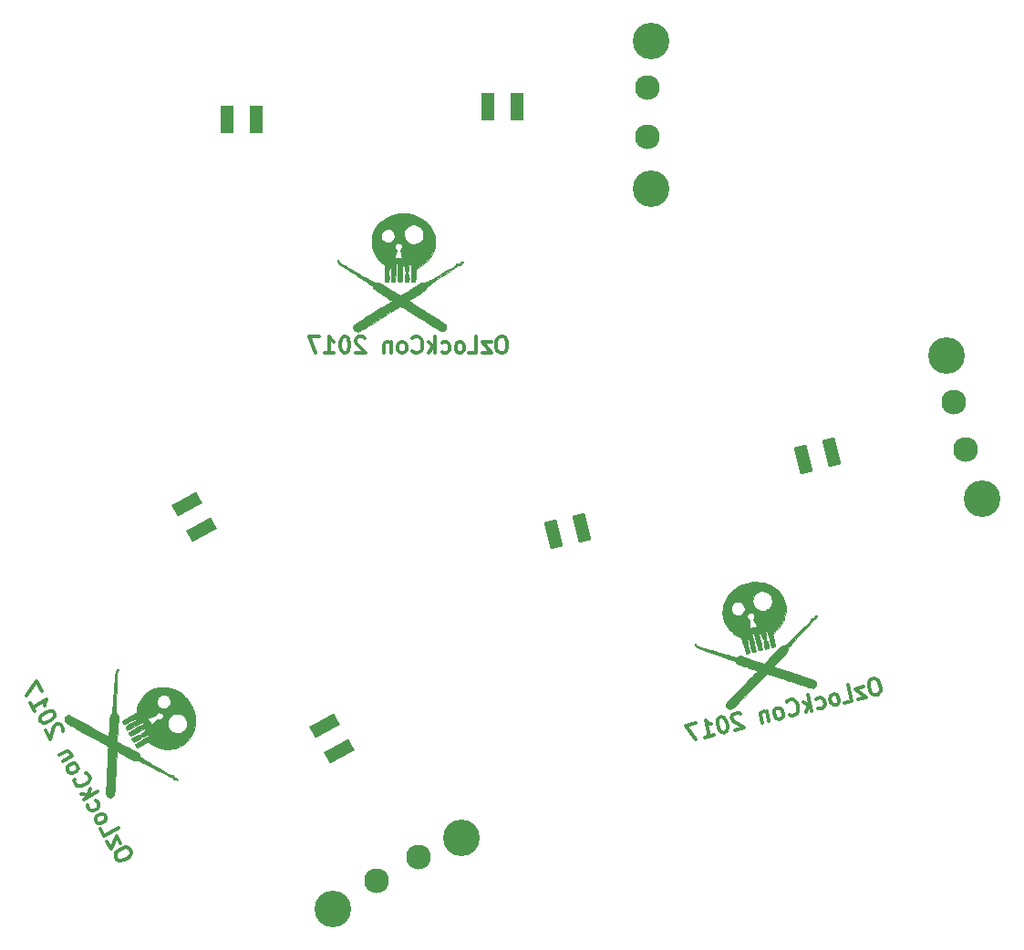
<source format=gbs>
%MOIN*%
%OFA0B0*%
%FSLAX46Y46*%
%IPPOS*%
%LPD*%
%AMREC29*
4,1,3,
-0.056216196512953419,-0.0041527827573464874,
-0.033311805005252458,-0.04547339884267227,
0.056216196512953419,0.0041527827573464874,
0.033311805005252458,0.04547339884267227,
0*%
%AMREC200*
4,1,3,
-0.010538542184489363,-0.0553754953353778,
0.035302200789179762,-0.0439461144409053,
0.010538542184489363,0.0553754953353778,
-0.035302200789179762,0.0439461144409053,
0*%
%AMCOMP580*
4,1,3,
-0.010538542184489363,-0.0553754953353778,
0.035302200789179762,-0.0439461144409053,
0.010538542184489363,0.0553754953353778,
-0.035302200789179762,0.0439461144409053,
0*%
%ADD10C,0.0039370078740157488*%
%ADD11C,0.011811023622047244*%
%ADD12C,0.00039370078740157485*%
%AMCOMP59*
4,1,3,
-0.056216196512953419,-0.0041527827573464874,
-0.033311805005252458,-0.04547339884267227,
0.056216196512953419,0.0041527827573464874,
0.033311805005252458,0.04547339884267227,
0*%
%ADD13COMP59*%
%ADD14C,0.0905511811023622*%
%ADD15C,0.13385826771653545*%
%ADD26C,0.0039370078740157488*%
%ADD27C,0.011811023622047244*%
%ADD28C,0.00039370078740157485*%
%ADD29R,0.047244094488188976X0.10236220472440946*%
%ADD30C,0.0905511811023622*%
%ADD31C,0.13385826771653545*%
%ADD42C,0.0039370078740157488*%
%ADD43C,0.011811023622047244*%
%ADD44C,0.00039370078740157485*%
%AMCOMP60*
4,1,3,
-0.010538542184489363,-0.0553754953353778,
0.035302200789179762,-0.0439461144409053,
0.010538542184489363,0.0553754953353778,
-0.035302200789179762,0.0439461144409053,
0*%
%ADD45COMP60*%
%ADD46C,0.0905511811023622*%
%ADD47C,0.13385826771653545*%
%LPD*%
G01*
D10*
D11*
X0000722911Y0000375003D02*
X0000717458Y0000384841D01*
X0000712272Y0000388397D01*
X0000704626Y0000390590D01*
X0000693424Y0000387596D01*
X0000676207Y0000378052D01*
X0000667732Y0000370139D01*
X0000665540Y0000362493D01*
X0000665807Y0000356211D01*
X0000671261Y0000346373D01*
X0000676447Y0000342817D01*
X0000684093Y0000340625D01*
X0000695294Y0000343618D01*
X0000712511Y0000353162D01*
X0000720986Y0000361075D01*
X0000723178Y0000368721D01*
X0000722911Y0000375003D01*
X0000683881Y0000404813D02*
X0000668884Y0000431868D01*
X0000649447Y0000385726D01*
X0000634450Y0000412781D01*
X0000609909Y0000457053D02*
X0000623543Y0000432457D01*
X0000675194Y0000461088D01*
X0000596276Y0000481649D02*
X0000601462Y0000478093D01*
X0000605285Y0000476997D01*
X0000611568Y0000477264D01*
X0000626325Y0000485444D01*
X0000629881Y0000490630D01*
X0000630977Y0000494453D01*
X0000630710Y0000500736D01*
X0000626620Y0000508114D01*
X0000621433Y0000511670D01*
X0000617610Y0000512766D01*
X0000611328Y0000512499D01*
X0000596571Y0000504319D01*
X0000593015Y0000499133D01*
X0000591919Y0000495310D01*
X0000592186Y0000489027D01*
X0000596276Y0000481649D01*
X0000564652Y0000544501D02*
X0000564919Y0000538219D01*
X0000570372Y0000528380D01*
X0000575558Y0000524824D01*
X0000579381Y0000523728D01*
X0000585664Y0000523995D01*
X0000600421Y0000532176D01*
X0000603977Y0000537362D01*
X0000605073Y0000541185D01*
X0000604806Y0000547467D01*
X0000599353Y0000557306D01*
X0000594166Y0000560861D01*
X0000549922Y0000565274D02*
X0000601573Y0000593904D01*
X0000566872Y0000581100D02*
X0000539015Y0000584950D01*
X0000573449Y0000604037D02*
X0000564679Y0000573454D01*
X0000515304Y0000639328D02*
X0000514207Y0000635505D01*
X0000515838Y0000626763D01*
X0000518565Y0000621844D01*
X0000525114Y0000615828D01*
X0000532760Y0000613636D01*
X0000539042Y0000613903D01*
X0000550244Y0000616897D01*
X0000557623Y0000620987D01*
X0000566098Y0000628900D01*
X0000569653Y0000634086D01*
X0000571846Y0000641732D01*
X0000570215Y0000650474D01*
X0000567489Y0000655393D01*
X0000560939Y0000661408D01*
X0000557116Y0000662505D01*
X0000494024Y0000666116D02*
X0000499210Y0000662560D01*
X0000503033Y0000661464D01*
X0000509316Y0000661731D01*
X0000524073Y0000669911D01*
X0000527629Y0000675097D01*
X0000528725Y0000678920D01*
X0000528458Y0000685203D01*
X0000524368Y0000692581D01*
X0000519182Y0000696137D01*
X0000515359Y0000697233D01*
X0000509076Y0000696966D01*
X0000494319Y0000688786D01*
X0000490763Y0000683600D01*
X0000489667Y0000679777D01*
X0000489934Y0000673494D01*
X0000494024Y0000666116D01*
X0000506644Y0000724556D02*
X0000472210Y0000705469D01*
X0000501725Y0000721829D02*
X0000502821Y0000725652D01*
X0000502554Y0000731934D01*
X0000498464Y0000739313D01*
X0000493278Y0000742869D01*
X0000486995Y0000742602D01*
X0000459940Y0000727605D01*
X0000472588Y0000814997D02*
X0000473684Y0000818820D01*
X0000473417Y0000825103D01*
X0000466600Y0000837401D01*
X0000461414Y0000840956D01*
X0000457591Y0000842053D01*
X0000451309Y0000841785D01*
X0000446389Y0000839059D01*
X0000440374Y0000832509D01*
X0000427220Y0000786634D01*
X0000409496Y0000818608D01*
X0000443423Y0000879213D02*
X0000440696Y0000884132D01*
X0000435510Y0000887688D01*
X0000431687Y0000888784D01*
X0000425405Y0000888517D01*
X0000414203Y0000885523D01*
X0000401905Y0000878706D01*
X0000393430Y0000870793D01*
X0000389875Y0000865607D01*
X0000388779Y0000861784D01*
X0000389046Y0000855502D01*
X0000391772Y0000850583D01*
X0000396959Y0000847027D01*
X0000400782Y0000845931D01*
X0000407064Y0000846198D01*
X0000418266Y0000849192D01*
X0000430563Y0000856009D01*
X0000439038Y0000863922D01*
X0000442594Y0000869108D01*
X0000443690Y0000872931D01*
X0000443423Y0000879213D01*
X0000354962Y0000916991D02*
X0000371322Y0000887476D01*
X0000363142Y0000902233D02*
X0000414793Y0000930864D01*
X0000410141Y0000921855D01*
X0000407948Y0000914209D01*
X0000408215Y0000907926D01*
X0000397069Y0000962838D02*
X0000377982Y0000997272D01*
X0000338602Y0000946506D01*
D12*
G36*
X0000675588Y0001042240D02*
X0000673317Y0001041709D01*
X0000672707Y0001041394D01*
X0000670554Y0001039993D01*
X0000668848Y0001038261D01*
X0000667503Y0001035905D01*
X0000666438Y0001032636D01*
X0000665569Y0001028160D01*
X0000664811Y0001022186D01*
X0000664083Y0001014423D01*
X0000663720Y0001009989D01*
X0000663177Y0001003220D01*
X0000662485Y0000994686D01*
X0000661682Y0000984837D01*
X0000660803Y0000974122D01*
X0000659886Y0000962990D01*
X0000658968Y0000951891D01*
X0000658286Y0000943691D01*
X0000657464Y0000933728D01*
X0000656682Y0000924087D01*
X0000655966Y0000915081D01*
X0000655339Y0000907023D01*
X0000654826Y0000900225D01*
X0000654452Y0000895002D01*
X0000654239Y0000891666D01*
X0000654234Y0000891566D01*
X0000653824Y0000886464D01*
X0000653134Y0000883027D01*
X0000652018Y0000880700D01*
X0000651065Y0000879588D01*
X0000649512Y0000877907D01*
X0000648227Y0000876039D01*
X0000647171Y0000873743D01*
X0000646301Y0000870778D01*
X0000645578Y0000866903D01*
X0000644959Y0000861877D01*
X0000644405Y0000855457D01*
X0000643873Y0000847404D01*
X0000643324Y0000837477D01*
X0000643069Y0000832517D01*
X0000642603Y0000823657D01*
X0000642142Y0000815534D01*
X0000641704Y0000808405D01*
X0000641305Y0000802531D01*
X0000640964Y0000798169D01*
X0000640696Y0000795580D01*
X0000640559Y0000794959D01*
X0000639511Y0000795439D01*
X0000636678Y0000796921D01*
X0000632213Y0000799320D01*
X0000626271Y0000802552D01*
X0000619004Y0000806532D01*
X0000610567Y0000811176D01*
X0000601112Y0000816400D01*
X0000590794Y0000822119D01*
X0000579767Y0000828248D01*
X0000569122Y0000834181D01*
X0000557407Y0000840696D01*
X0000546227Y0000846874D01*
X0000535739Y0000852629D01*
X0000526102Y0000857877D01*
X0000517474Y0000862531D01*
X0000510015Y0000866507D01*
X0000503881Y0000869720D01*
X0000499232Y0000872085D01*
X0000496227Y0000873517D01*
X0000495083Y0000873937D01*
X0000490131Y0000873351D01*
X0000485498Y0000871144D01*
X0000481990Y0000867735D01*
X0000481445Y0000866855D01*
X0000479444Y0000861148D01*
X0000479553Y0000855455D01*
X0000481689Y0000850160D01*
X0000485769Y0000845648D01*
X0000486032Y0000845442D01*
X0000486731Y0000844937D01*
X0000487727Y0000844279D01*
X0000489132Y0000843407D01*
X0000491057Y0000842258D01*
X0000493612Y0000840770D01*
X0000496907Y0000838882D01*
X0000501055Y0000836530D01*
X0000506164Y0000833652D01*
X0000512347Y0000830187D01*
X0000519714Y0000826072D01*
X0000528375Y0000821245D01*
X0000538441Y0000815643D01*
X0000550024Y0000809205D01*
X0000563233Y0000801869D01*
X0000578180Y0000793571D01*
X0000592570Y0000785584D01*
X0000601999Y0000780320D01*
X0000610753Y0000775371D01*
X0000618647Y0000770846D01*
X0000625494Y0000766854D01*
X0000631110Y0000763505D01*
X0000635309Y0000760908D01*
X0000637906Y0000759171D01*
X0000638718Y0000758443D01*
X0000638734Y0000757072D01*
X0000638641Y0000753657D01*
X0000638445Y0000748372D01*
X0000638155Y0000741390D01*
X0000637780Y0000732886D01*
X0000637326Y0000723035D01*
X0000636801Y0000712010D01*
X0000636214Y0000699987D01*
X0000635573Y0000687139D01*
X0000634885Y0000673641D01*
X0000634774Y0000671486D01*
X0000633887Y0000654025D01*
X0000633141Y0000638694D01*
X0000632535Y0000625405D01*
X0000632063Y0000614069D01*
X0000631725Y0000604600D01*
X0000631517Y0000596908D01*
X0000631436Y0000590907D01*
X0000631480Y0000586508D01*
X0000631645Y0000583623D01*
X0000631900Y0000582236D01*
X0000634605Y0000577809D01*
X0000638565Y0000574798D01*
X0000643295Y0000573232D01*
X0000648312Y0000573142D01*
X0000653132Y0000574560D01*
X0000657270Y0000577515D01*
X0000659490Y0000580492D01*
X0000659938Y0000581822D01*
X0000660395Y0000584295D01*
X0000660868Y0000588030D01*
X0000661367Y0000593141D01*
X0000661900Y0000599747D01*
X0000662476Y0000607962D01*
X0000663103Y0000617904D01*
X0000663790Y0000629689D01*
X0000664546Y0000643434D01*
X0000665378Y0000659255D01*
X0000665590Y0000663366D01*
X0000666265Y0000676402D01*
X0000666918Y0000688766D01*
X0000667537Y0000700282D01*
X0000668114Y0000710773D01*
X0000668638Y0000720066D01*
X0000669099Y0000727985D01*
X0000669487Y0000734355D01*
X0000669792Y0000738999D01*
X0000670004Y0000741743D01*
X0000670101Y0000742453D01*
X0000671145Y0000741891D01*
X0000673890Y0000740379D01*
X0000678097Y0000738049D01*
X0000683526Y0000735035D01*
X0000689937Y0000731468D01*
X0000697091Y0000727483D01*
X0000700249Y0000725723D01*
X0000707871Y0000721524D01*
X0000715073Y0000717653D01*
X0000721572Y0000714256D01*
X0000727084Y0000711476D01*
X0000731327Y0000709459D01*
X0000734017Y0000708349D01*
X0000734521Y0000708205D01*
X0000738426Y0000707879D01*
X0000742171Y0000708301D01*
X0000742732Y0000708463D01*
X0000744833Y0000708878D01*
X0000747259Y0000708642D01*
X0000750509Y0000707633D01*
X0000755082Y0000705728D01*
X0000756622Y0000705037D01*
X0000761360Y0000702802D01*
X0000767827Y0000699610D01*
X0000775806Y0000695575D01*
X0000785079Y0000690809D01*
X0000795428Y0000685427D01*
X0000806636Y0000679541D01*
X0000818484Y0000673264D01*
X0000830754Y0000666709D01*
X0000840760Y0000661325D01*
X0000848780Y0000657045D01*
X0000855108Y0000653792D01*
X0000859965Y0000651466D01*
X0000863575Y0000649964D01*
X0000866158Y0000649186D01*
X0000867845Y0000649026D01*
X0000870155Y0000649017D01*
X0000871729Y0000648325D01*
X0000873191Y0000646484D01*
X0000874673Y0000643918D01*
X0000876446Y0000640868D01*
X0000877873Y0000639316D01*
X0000879686Y0000638818D01*
X0000882614Y0000638928D01*
X0000882830Y0000638944D01*
X0000886605Y0000638818D01*
X0000888776Y0000637869D01*
X0000888980Y0000637589D01*
X0000890345Y0000636445D01*
X0000891625Y0000636993D01*
X0000892159Y0000638777D01*
X0000892029Y0000639686D01*
X0000890569Y0000642598D01*
X0000887855Y0000643953D01*
X0000885206Y0000644119D01*
X0000883078Y0000644223D01*
X0000881555Y0000644996D01*
X0000880071Y0000646905D01*
X0000878470Y0000649673D01*
X0000876646Y0000652836D01*
X0000875246Y0000654486D01*
X0000873620Y0000655057D01*
X0000871118Y0000654982D01*
X0000870577Y0000654938D01*
X0000868879Y0000654908D01*
X0000867063Y0000655191D01*
X0000864848Y0000655918D01*
X0000861956Y0000657218D01*
X0000858107Y0000659222D01*
X0000853024Y0000662061D01*
X0000846426Y0000665865D01*
X0000843338Y0000667663D01*
X0000831897Y0000674400D01*
X0000819848Y0000681606D01*
X0000807621Y0000689015D01*
X0000795650Y0000696363D01*
X0000784367Y0000703384D01*
X0000774204Y0000709813D01*
X0000766487Y0000714800D01*
X0000761493Y0000718104D01*
X0000758005Y0000720558D01*
X0000755655Y0000722505D01*
X0000754074Y0000724288D01*
X0000752893Y0000726250D01*
X0000751904Y0000728374D01*
X0000749403Y0000734036D01*
X0000713999Y0000753733D01*
X0000705738Y0000758331D01*
X0000697964Y0000762664D01*
X0000690920Y0000766594D01*
X0000684854Y0000769984D01*
X0000680010Y0000772698D01*
X0000676633Y0000774597D01*
X0000675020Y0000775516D01*
X0000671445Y0000777603D01*
X0000673899Y0000823169D01*
X0000676353Y0000868736D01*
X0000672304Y0000876058D01*
X0000668255Y0000883380D01*
X0000668130Y0000906892D01*
X0000668126Y0000914394D01*
X0000668181Y0000923547D01*
X0000668287Y0000933779D01*
X0000668438Y0000944520D01*
X0000668625Y0000955197D01*
X0000668838Y0000965049D01*
X0000669061Y0000974422D01*
X0000669277Y0000983797D01*
X0000669479Y0000992748D01*
X0000669655Y0001000845D01*
X0000669798Y0001007660D01*
X0000669896Y0001012766D01*
X0000669910Y0001013524D01*
X0000670039Y0001020109D01*
X0000670220Y0001024896D01*
X0000670532Y0001028308D01*
X0000671055Y0001030767D01*
X0000671870Y0001032697D01*
X0000673058Y0001034522D01*
X0000674165Y0001035979D01*
X0000676090Y0001039084D01*
X0000676539Y0001041268D01*
X0000675588Y0001042240D01*
X0000675588Y0001042240D01*
G37*
X0000675588Y0001042240D02*
X0000673317Y0001041709D01*
X0000672707Y0001041394D01*
X0000670554Y0001039993D01*
X0000668848Y0001038261D01*
X0000667503Y0001035905D01*
X0000666438Y0001032636D01*
X0000665569Y0001028160D01*
X0000664811Y0001022186D01*
X0000664083Y0001014423D01*
X0000663720Y0001009989D01*
X0000663177Y0001003220D01*
X0000662485Y0000994686D01*
X0000661682Y0000984837D01*
X0000660803Y0000974122D01*
X0000659886Y0000962990D01*
X0000658968Y0000951891D01*
X0000658286Y0000943691D01*
X0000657464Y0000933728D01*
X0000656682Y0000924087D01*
X0000655966Y0000915081D01*
X0000655339Y0000907023D01*
X0000654826Y0000900225D01*
X0000654452Y0000895002D01*
X0000654239Y0000891666D01*
X0000654234Y0000891566D01*
X0000653824Y0000886464D01*
X0000653134Y0000883027D01*
X0000652018Y0000880700D01*
X0000651065Y0000879588D01*
X0000649512Y0000877907D01*
X0000648227Y0000876039D01*
X0000647171Y0000873743D01*
X0000646301Y0000870778D01*
X0000645578Y0000866903D01*
X0000644959Y0000861877D01*
X0000644405Y0000855457D01*
X0000643873Y0000847404D01*
X0000643324Y0000837477D01*
X0000643069Y0000832517D01*
X0000642603Y0000823657D01*
X0000642142Y0000815534D01*
X0000641704Y0000808405D01*
X0000641305Y0000802531D01*
X0000640964Y0000798169D01*
X0000640696Y0000795580D01*
X0000640559Y0000794959D01*
X0000639511Y0000795439D01*
X0000636678Y0000796921D01*
X0000632213Y0000799320D01*
X0000626271Y0000802552D01*
X0000619004Y0000806532D01*
X0000610567Y0000811176D01*
X0000601112Y0000816400D01*
X0000590794Y0000822119D01*
X0000579767Y0000828248D01*
X0000569122Y0000834181D01*
X0000557407Y0000840696D01*
X0000546227Y0000846874D01*
X0000535739Y0000852629D01*
X0000526102Y0000857877D01*
X0000517474Y0000862531D01*
X0000510015Y0000866507D01*
X0000503881Y0000869720D01*
X0000499232Y0000872085D01*
X0000496227Y0000873517D01*
X0000495083Y0000873937D01*
X0000490131Y0000873351D01*
X0000485498Y0000871144D01*
X0000481990Y0000867735D01*
X0000481445Y0000866855D01*
X0000479444Y0000861148D01*
X0000479553Y0000855455D01*
X0000481689Y0000850160D01*
X0000485769Y0000845648D01*
X0000486032Y0000845442D01*
X0000486731Y0000844937D01*
X0000487727Y0000844279D01*
X0000489132Y0000843407D01*
X0000491057Y0000842258D01*
X0000493612Y0000840770D01*
X0000496907Y0000838882D01*
X0000501055Y0000836530D01*
X0000506164Y0000833652D01*
X0000512347Y0000830187D01*
X0000519714Y0000826072D01*
X0000528375Y0000821245D01*
X0000538441Y0000815643D01*
X0000550024Y0000809205D01*
X0000563233Y0000801869D01*
X0000578180Y0000793571D01*
X0000592570Y0000785584D01*
X0000601999Y0000780320D01*
X0000610753Y0000775371D01*
X0000618647Y0000770846D01*
X0000625494Y0000766854D01*
X0000631110Y0000763505D01*
X0000635309Y0000760908D01*
X0000637906Y0000759171D01*
X0000638718Y0000758443D01*
X0000638734Y0000757072D01*
X0000638641Y0000753657D01*
X0000638445Y0000748372D01*
X0000638155Y0000741390D01*
X0000637780Y0000732886D01*
X0000637326Y0000723035D01*
X0000636801Y0000712010D01*
X0000636214Y0000699987D01*
X0000635573Y0000687139D01*
X0000634885Y0000673641D01*
X0000634774Y0000671486D01*
X0000633887Y0000654025D01*
X0000633141Y0000638694D01*
X0000632535Y0000625405D01*
X0000632063Y0000614069D01*
X0000631725Y0000604600D01*
X0000631517Y0000596908D01*
X0000631436Y0000590907D01*
X0000631480Y0000586508D01*
X0000631645Y0000583623D01*
X0000631900Y0000582236D01*
X0000634605Y0000577809D01*
X0000638565Y0000574798D01*
X0000643295Y0000573232D01*
X0000648312Y0000573142D01*
X0000653132Y0000574560D01*
X0000657270Y0000577515D01*
X0000659490Y0000580492D01*
X0000659938Y0000581822D01*
X0000660395Y0000584295D01*
X0000660868Y0000588030D01*
X0000661367Y0000593141D01*
X0000661900Y0000599747D01*
X0000662476Y0000607962D01*
X0000663103Y0000617904D01*
X0000663790Y0000629689D01*
X0000664546Y0000643434D01*
X0000665378Y0000659255D01*
X0000665590Y0000663366D01*
X0000666265Y0000676402D01*
X0000666918Y0000688766D01*
X0000667537Y0000700282D01*
X0000668114Y0000710773D01*
X0000668638Y0000720066D01*
X0000669099Y0000727985D01*
X0000669487Y0000734355D01*
X0000669792Y0000738999D01*
X0000670004Y0000741743D01*
X0000670101Y0000742453D01*
X0000671145Y0000741891D01*
X0000673890Y0000740379D01*
X0000678097Y0000738049D01*
X0000683526Y0000735035D01*
X0000689937Y0000731468D01*
X0000697091Y0000727483D01*
X0000700249Y0000725723D01*
X0000707871Y0000721524D01*
X0000715073Y0000717653D01*
X0000721572Y0000714256D01*
X0000727084Y0000711476D01*
X0000731327Y0000709459D01*
X0000734017Y0000708349D01*
X0000734521Y0000708205D01*
X0000738426Y0000707879D01*
X0000742171Y0000708301D01*
X0000742732Y0000708463D01*
X0000744833Y0000708878D01*
X0000747259Y0000708642D01*
X0000750509Y0000707633D01*
X0000755082Y0000705728D01*
X0000756622Y0000705037D01*
X0000761360Y0000702802D01*
X0000767827Y0000699610D01*
X0000775806Y0000695575D01*
X0000785079Y0000690809D01*
X0000795428Y0000685427D01*
X0000806636Y0000679541D01*
X0000818484Y0000673264D01*
X0000830754Y0000666709D01*
X0000840760Y0000661325D01*
X0000848780Y0000657045D01*
X0000855108Y0000653792D01*
X0000859965Y0000651466D01*
X0000863575Y0000649964D01*
X0000866158Y0000649186D01*
X0000867845Y0000649026D01*
X0000870155Y0000649017D01*
X0000871729Y0000648325D01*
X0000873191Y0000646484D01*
X0000874673Y0000643918D01*
X0000876446Y0000640868D01*
X0000877873Y0000639316D01*
X0000879686Y0000638818D01*
X0000882614Y0000638928D01*
X0000882830Y0000638944D01*
X0000886605Y0000638818D01*
X0000888776Y0000637869D01*
X0000888980Y0000637589D01*
X0000890345Y0000636445D01*
X0000891625Y0000636993D01*
X0000892159Y0000638777D01*
X0000892029Y0000639686D01*
X0000890569Y0000642598D01*
X0000887855Y0000643953D01*
X0000885206Y0000644119D01*
X0000883078Y0000644223D01*
X0000881555Y0000644996D01*
X0000880071Y0000646905D01*
X0000878470Y0000649673D01*
X0000876646Y0000652836D01*
X0000875246Y0000654486D01*
X0000873620Y0000655057D01*
X0000871118Y0000654982D01*
X0000870577Y0000654938D01*
X0000868879Y0000654908D01*
X0000867063Y0000655191D01*
X0000864848Y0000655918D01*
X0000861956Y0000657218D01*
X0000858107Y0000659222D01*
X0000853024Y0000662061D01*
X0000846426Y0000665865D01*
X0000843338Y0000667663D01*
X0000831897Y0000674400D01*
X0000819848Y0000681606D01*
X0000807621Y0000689015D01*
X0000795650Y0000696363D01*
X0000784367Y0000703384D01*
X0000774204Y0000709813D01*
X0000766487Y0000714800D01*
X0000761493Y0000718104D01*
X0000758005Y0000720558D01*
X0000755655Y0000722505D01*
X0000754074Y0000724288D01*
X0000752893Y0000726250D01*
X0000751904Y0000728374D01*
X0000749403Y0000734036D01*
X0000713999Y0000753733D01*
X0000705738Y0000758331D01*
X0000697964Y0000762664D01*
X0000690920Y0000766594D01*
X0000684854Y0000769984D01*
X0000680010Y0000772698D01*
X0000676633Y0000774597D01*
X0000675020Y0000775516D01*
X0000671445Y0000777603D01*
X0000673899Y0000823169D01*
X0000676353Y0000868736D01*
X0000672304Y0000876058D01*
X0000668255Y0000883380D01*
X0000668130Y0000906892D01*
X0000668126Y0000914394D01*
X0000668181Y0000923547D01*
X0000668287Y0000933779D01*
X0000668438Y0000944520D01*
X0000668625Y0000955197D01*
X0000668838Y0000965049D01*
X0000669061Y0000974422D01*
X0000669277Y0000983797D01*
X0000669479Y0000992748D01*
X0000669655Y0001000845D01*
X0000669798Y0001007660D01*
X0000669896Y0001012766D01*
X0000669910Y0001013524D01*
X0000670039Y0001020109D01*
X0000670220Y0001024896D01*
X0000670532Y0001028308D01*
X0000671055Y0001030767D01*
X0000671870Y0001032697D01*
X0000673058Y0001034522D01*
X0000674165Y0001035979D01*
X0000676090Y0001039084D01*
X0000676539Y0001041268D01*
X0000675588Y0001042240D01*
G36*
X0000936334Y0000919864D02*
X0000933432Y0000924907D01*
X0000931044Y0000928778D01*
X0000928901Y0000931871D01*
X0000926735Y0000934578D01*
X0000924274Y0000937292D01*
X0000921751Y0000939899D01*
X0000909220Y0000951192D01*
X0000895809Y0000960480D01*
X0000881572Y0000967730D01*
X0000868685Y0000972316D01*
X0000853884Y0000975525D01*
X0000839241Y0000976573D01*
X0000824886Y0000975471D01*
X0000810943Y0000972234D01*
X0000797542Y0000966873D01*
X0000793033Y0000964515D01*
X0000784195Y0000959135D01*
X0000776746Y0000953458D01*
X0000769883Y0000946821D01*
X0000765276Y0000941583D01*
X0000758591Y0000932345D01*
X0000752696Y0000921765D01*
X0000747878Y0000910500D01*
X0000744425Y0000899206D01*
X0000742806Y0000890327D01*
X0000742369Y0000886641D01*
X0000742036Y0000883906D01*
X0000741897Y0000882835D01*
X0000740943Y0000882117D01*
X0000738312Y0000880444D01*
X0000734250Y0000877967D01*
X0000729009Y0000874835D01*
X0000722837Y0000871199D01*
X0000715984Y0000867209D01*
X0000715651Y0000867017D01*
X0000689518Y0000851896D01*
X0000692293Y0000846206D01*
X0000694084Y0000842980D01*
X0000695899Y0000841132D01*
X0000698139Y0000840635D01*
X0000701205Y0000841463D01*
X0000705500Y0000843588D01*
X0000708251Y0000845139D01*
X0000712496Y0000847551D01*
X0000717941Y0000850602D01*
X0000723833Y0000853873D01*
X0000728580Y0000856484D01*
X0000741007Y0000863286D01*
X0000744778Y0000856484D01*
X0000723592Y0000844740D01*
X0000715849Y0000840399D01*
X0000709952Y0000836977D01*
X0000705764Y0000834388D01*
X0000703148Y0000832547D01*
X0000701969Y0000831369D01*
X0000701887Y0000831185D01*
X0000702082Y0000829167D01*
X0000703182Y0000826206D01*
X0000703846Y0000824902D01*
X0000705719Y0000822087D01*
X0000707539Y0000820229D01*
X0000708136Y0000819912D01*
X0000709319Y0000820081D01*
X0000711676Y0000821004D01*
X0000715351Y0000822753D01*
X0000720487Y0000825400D01*
X0000727227Y0000829016D01*
X0000735713Y0000833675D01*
X0000737450Y0000834637D01*
X0000764952Y0000849881D01*
X0000769262Y0000842107D01*
X0000741760Y0000826862D01*
X0000732970Y0000821956D01*
X0000726013Y0000817995D01*
X0000720754Y0000814895D01*
X0000717055Y0000812573D01*
X0000714779Y0000810945D01*
X0000713790Y0000809930D01*
X0000713738Y0000809805D01*
X0000713933Y0000807788D01*
X0000715033Y0000804827D01*
X0000715696Y0000803522D01*
X0000717570Y0000800708D01*
X0000719390Y0000798850D01*
X0000719987Y0000798532D01*
X0000721231Y0000798708D01*
X0000723694Y0000799674D01*
X0000727521Y0000801503D01*
X0000732856Y0000804267D01*
X0000739846Y0000808039D01*
X0000746442Y0000811672D01*
X0000771084Y0000825331D01*
X0000773075Y0000821036D01*
X0000775065Y0000816740D01*
X0000767950Y0000812416D01*
X0000763779Y0000809679D01*
X0000761470Y0000807634D01*
X0000760827Y0000806245D01*
X0000759869Y0000804468D01*
X0000757513Y0000802559D01*
X0000754515Y0000800929D01*
X0000751631Y0000799991D01*
X0000749635Y0000800145D01*
X0000748607Y0000800415D01*
X0000747009Y0000800062D01*
X0000744498Y0000798939D01*
X0000740731Y0000796896D01*
X0000736523Y0000794465D01*
X0000725070Y0000787757D01*
X0000727646Y0000782412D01*
X0000729321Y0000779182D01*
X0000730897Y0000777180D01*
X0000732761Y0000776391D01*
X0000735299Y0000776799D01*
X0000738899Y0000778390D01*
X0000743947Y0000781148D01*
X0000744985Y0000781737D01*
X0000749724Y0000784467D01*
X0000752821Y0000786388D01*
X0000754588Y0000787753D01*
X0000755338Y0000788810D01*
X0000755381Y0000789811D01*
X0000755329Y0000790040D01*
X0000755353Y0000791520D01*
X0000756552Y0000792917D01*
X0000759335Y0000794679D01*
X0000759828Y0000794954D01*
X0000762956Y0000796531D01*
X0000764870Y0000796959D01*
X0000766190Y0000796344D01*
X0000766469Y0000796071D01*
X0000768578Y0000795157D01*
X0000770044Y0000795710D01*
X0000771960Y0000796854D01*
X0000775195Y0000798660D01*
X0000779093Y0000800763D01*
X0000779634Y0000801049D01*
X0000787249Y0000805073D01*
X0000791020Y0000798270D01*
X0000764490Y0000783564D01*
X0000755855Y0000778743D01*
X0000749054Y0000774862D01*
X0000743951Y0000771839D01*
X0000740407Y0000769589D01*
X0000738286Y0000768030D01*
X0000737450Y0000767076D01*
X0000737440Y0000767046D01*
X0000737649Y0000764763D01*
X0000738909Y0000761706D01*
X0000740763Y0000758665D01*
X0000742757Y0000756426D01*
X0000743967Y0000755763D01*
X0000746040Y0000756177D01*
X0000749874Y0000757845D01*
X0000755413Y0000760741D01*
X0000757905Y0000762131D01*
X0000763479Y0000765269D01*
X0000769260Y0000768497D01*
X0000774478Y0000771388D01*
X0000777646Y0000773124D01*
X0000785455Y0000777369D01*
X0000791759Y0000772270D01*
X0000800454Y0000766216D01*
X0000810712Y0000760689D01*
X0000821889Y0000755960D01*
X0000833340Y0000752300D01*
X0000844422Y0000749980D01*
X0000844470Y0000749973D01*
X0000796230Y0000837000D01*
X0000788958Y0000850120D01*
X0000785949Y0000855646D01*
X0000783990Y0000859509D01*
X0000782979Y0000861944D01*
X0000782813Y0000863187D01*
X0000783143Y0000863474D01*
X0000784735Y0000863819D01*
X0000788015Y0000864590D01*
X0000792516Y0000865675D01*
X0000797770Y0000866962D01*
X0000798151Y0000867056D01*
X0000811701Y0000870404D01*
X0000813350Y0000874014D01*
X0000816518Y0000878918D01*
X0000820535Y0000882141D01*
X0000825022Y0000883613D01*
X0000829595Y0000883264D01*
X0000833873Y0000881023D01*
X0000836511Y0000878262D01*
X0000838960Y0000873443D01*
X0000839440Y0000868669D01*
X0000838178Y0000864308D01*
X0000835404Y0000860724D01*
X0000831348Y0000858283D01*
X0000826238Y0000857351D01*
X0000823532Y0000857539D01*
X0000818453Y0000858283D01*
X0000807341Y0000847642D01*
X0000796230Y0000837000D01*
X0000844470Y0000749973D01*
X0000844936Y0000749907D01*
X0000854022Y0000749218D01*
X0000864123Y0000749410D01*
X0000874256Y0000750415D01*
X0000883436Y0000752169D01*
X0000884953Y0000752570D01*
X0000894305Y0000755876D01*
X0000904069Y0000760546D01*
X0000913446Y0000766137D01*
X0000921634Y0000772206D01*
X0000923666Y0000773987D01*
X0000927805Y0000778396D01*
X0000909041Y0000812249D01*
X0000904274Y0000809708D01*
X0000900751Y0000808145D01*
X0000897845Y0000807335D01*
X0000894928Y0000807054D01*
X0000894493Y0000807045D01*
X0000885334Y0000807868D01*
X0000876954Y0000810560D01*
X0000873790Y0000812212D01*
X0000870020Y0000814907D01*
X0000866143Y0000818420D01*
X0000862727Y0000822163D01*
X0000860337Y0000825546D01*
X0000859734Y0000826831D01*
X0000858866Y0000829257D01*
X0000857689Y0000832527D01*
X0000857450Y0000833187D01*
X0000855957Y0000840353D01*
X0000856228Y0000848107D01*
X0000858142Y0000855858D01*
X0000861576Y0000863016D01*
X0000864356Y0000866827D01*
X0000870707Y0000872685D01*
X0000871899Y0000873345D01*
X0000855600Y0000902749D01*
X0000849585Y0000899630D01*
X0000844211Y0000898206D01*
X0000839052Y0000898275D01*
X0000833260Y0000899571D01*
X0000827803Y0000901798D01*
X0000823898Y0000904425D01*
X0000820294Y0000908972D01*
X0000817673Y0000914793D01*
X0000816366Y0000921037D01*
X0000816302Y0000923904D01*
X0000817290Y0000929488D01*
X0000819457Y0000934988D01*
X0000819718Y0000935467D01*
X0000821739Y0000938719D01*
X0000823869Y0000941067D01*
X0000826822Y0000943180D01*
X0000829724Y0000944858D01*
X0000833932Y0000947007D01*
X0000837274Y0000948140D01*
X0000840698Y0000948521D01*
X0000842702Y0000948514D01*
X0000849993Y0000947350D01*
X0000856216Y0000944448D01*
X0000861197Y0000940105D01*
X0000864760Y0000934620D01*
X0000866730Y0000928290D01*
X0000866933Y0000921412D01*
X0000865194Y0000914283D01*
X0000864192Y0000911984D01*
X0000860681Y0000907013D01*
X0000855600Y0000902749D01*
X0000871899Y0000873345D01*
X0000877967Y0000876706D01*
X0000885806Y0000878901D01*
X0000893893Y0000879279D01*
X0000901900Y0000877848D01*
X0000909497Y0000874618D01*
X0000916352Y0000869599D01*
X0000920336Y0000865278D01*
X0000924778Y0000857925D01*
X0000927275Y0000849837D01*
X0000927817Y0000841376D01*
X0000926392Y0000832902D01*
X0000922988Y0000824778D01*
X0000921698Y0000822645D01*
X0000919805Y0000819959D01*
X0000917815Y0000817847D01*
X0000915181Y0000815860D01*
X0000911356Y0000813548D01*
X0000909041Y0000812249D01*
X0000927805Y0000778396D01*
X0000933550Y0000784516D01*
X0000941748Y0000796361D01*
X0000948209Y0000809336D01*
X0000952884Y0000823253D01*
X0000955724Y0000837927D01*
X0000956676Y0000853169D01*
X0000955693Y0000868793D01*
X0000952974Y0000883596D01*
X0000951936Y0000887704D01*
X0000950910Y0000891189D01*
X0000949706Y0000894489D01*
X0000948132Y0000898042D01*
X0000945996Y0000902286D01*
X0000943107Y0000907661D01*
X0000940021Y0000913258D01*
X0000936334Y0000919864D01*
X0000936334Y0000919864D01*
G37*
X0000936334Y0000919864D02*
X0000933432Y0000924907D01*
X0000931044Y0000928778D01*
X0000928901Y0000931871D01*
X0000926735Y0000934578D01*
X0000924274Y0000937292D01*
X0000921751Y0000939899D01*
X0000909220Y0000951192D01*
X0000895809Y0000960480D01*
X0000881572Y0000967730D01*
X0000868685Y0000972316D01*
X0000853884Y0000975525D01*
X0000839241Y0000976573D01*
X0000824886Y0000975471D01*
X0000810943Y0000972234D01*
X0000797542Y0000966873D01*
X0000793033Y0000964515D01*
X0000784195Y0000959135D01*
X0000776746Y0000953458D01*
X0000769883Y0000946821D01*
X0000765276Y0000941583D01*
X0000758591Y0000932345D01*
X0000752696Y0000921765D01*
X0000747878Y0000910500D01*
X0000744425Y0000899206D01*
X0000742806Y0000890327D01*
X0000742369Y0000886641D01*
X0000742036Y0000883906D01*
X0000741897Y0000882835D01*
X0000740943Y0000882117D01*
X0000738312Y0000880444D01*
X0000734250Y0000877967D01*
X0000729009Y0000874835D01*
X0000722837Y0000871199D01*
X0000715984Y0000867209D01*
X0000715651Y0000867017D01*
X0000689518Y0000851896D01*
X0000692293Y0000846206D01*
X0000694084Y0000842980D01*
X0000695899Y0000841132D01*
X0000698139Y0000840635D01*
X0000701205Y0000841463D01*
X0000705500Y0000843588D01*
X0000708251Y0000845139D01*
X0000712496Y0000847551D01*
X0000717941Y0000850602D01*
X0000723833Y0000853873D01*
X0000728580Y0000856484D01*
X0000741007Y0000863286D01*
X0000744778Y0000856484D01*
X0000723592Y0000844740D01*
X0000715849Y0000840399D01*
X0000709952Y0000836977D01*
X0000705764Y0000834388D01*
X0000703148Y0000832547D01*
X0000701969Y0000831369D01*
X0000701887Y0000831185D01*
X0000702082Y0000829167D01*
X0000703182Y0000826206D01*
X0000703846Y0000824902D01*
X0000705719Y0000822087D01*
X0000707539Y0000820229D01*
X0000708136Y0000819912D01*
X0000709319Y0000820081D01*
X0000711676Y0000821004D01*
X0000715351Y0000822753D01*
X0000720487Y0000825400D01*
X0000727227Y0000829016D01*
X0000735713Y0000833675D01*
X0000737450Y0000834637D01*
X0000764952Y0000849881D01*
X0000769262Y0000842107D01*
X0000741760Y0000826862D01*
X0000732970Y0000821956D01*
X0000726013Y0000817995D01*
X0000720754Y0000814895D01*
X0000717055Y0000812573D01*
X0000714779Y0000810945D01*
X0000713790Y0000809930D01*
X0000713738Y0000809805D01*
X0000713933Y0000807788D01*
X0000715033Y0000804827D01*
X0000715696Y0000803522D01*
X0000717570Y0000800708D01*
X0000719390Y0000798850D01*
X0000719987Y0000798532D01*
X0000721231Y0000798708D01*
X0000723694Y0000799674D01*
X0000727521Y0000801503D01*
X0000732856Y0000804267D01*
X0000739846Y0000808039D01*
X0000746442Y0000811672D01*
X0000771084Y0000825331D01*
X0000773075Y0000821036D01*
X0000775065Y0000816740D01*
X0000767950Y0000812416D01*
X0000763779Y0000809679D01*
X0000761470Y0000807634D01*
X0000760827Y0000806245D01*
X0000759869Y0000804468D01*
X0000757513Y0000802559D01*
X0000754515Y0000800929D01*
X0000751631Y0000799991D01*
X0000749635Y0000800145D01*
X0000748607Y0000800415D01*
X0000747009Y0000800062D01*
X0000744498Y0000798939D01*
X0000740731Y0000796896D01*
X0000736523Y0000794465D01*
X0000725070Y0000787757D01*
X0000727646Y0000782412D01*
X0000729321Y0000779182D01*
X0000730897Y0000777180D01*
X0000732761Y0000776391D01*
X0000735299Y0000776799D01*
X0000738899Y0000778390D01*
X0000743947Y0000781148D01*
X0000744985Y0000781737D01*
X0000749724Y0000784467D01*
X0000752821Y0000786388D01*
X0000754588Y0000787753D01*
X0000755338Y0000788810D01*
X0000755381Y0000789811D01*
X0000755329Y0000790040D01*
X0000755353Y0000791520D01*
X0000756552Y0000792917D01*
X0000759335Y0000794679D01*
X0000759828Y0000794954D01*
X0000762956Y0000796531D01*
X0000764870Y0000796959D01*
X0000766190Y0000796344D01*
X0000766469Y0000796071D01*
X0000768578Y0000795157D01*
X0000770044Y0000795710D01*
X0000771960Y0000796854D01*
X0000775195Y0000798660D01*
X0000779093Y0000800763D01*
X0000779634Y0000801049D01*
X0000787249Y0000805073D01*
X0000791020Y0000798270D01*
X0000764490Y0000783564D01*
X0000755855Y0000778743D01*
X0000749054Y0000774862D01*
X0000743951Y0000771839D01*
X0000740407Y0000769589D01*
X0000738286Y0000768030D01*
X0000737450Y0000767076D01*
X0000737440Y0000767046D01*
X0000737649Y0000764763D01*
X0000738909Y0000761706D01*
X0000740763Y0000758665D01*
X0000742757Y0000756426D01*
X0000743967Y0000755763D01*
X0000746040Y0000756177D01*
X0000749874Y0000757845D01*
X0000755413Y0000760741D01*
X0000757905Y0000762131D01*
X0000763479Y0000765269D01*
X0000769260Y0000768497D01*
X0000774478Y0000771388D01*
X0000777646Y0000773124D01*
X0000785455Y0000777369D01*
X0000791759Y0000772270D01*
X0000800454Y0000766216D01*
X0000810712Y0000760689D01*
X0000821889Y0000755960D01*
X0000833340Y0000752300D01*
X0000844422Y0000749980D01*
X0000844470Y0000749973D01*
X0000796230Y0000837000D01*
X0000788958Y0000850120D01*
X0000785949Y0000855646D01*
X0000783990Y0000859509D01*
X0000782979Y0000861944D01*
X0000782813Y0000863187D01*
X0000783143Y0000863474D01*
X0000784735Y0000863819D01*
X0000788015Y0000864590D01*
X0000792516Y0000865675D01*
X0000797770Y0000866962D01*
X0000798151Y0000867056D01*
X0000811701Y0000870404D01*
X0000813350Y0000874014D01*
X0000816518Y0000878918D01*
X0000820535Y0000882141D01*
X0000825022Y0000883613D01*
X0000829595Y0000883264D01*
X0000833873Y0000881023D01*
X0000836511Y0000878262D01*
X0000838960Y0000873443D01*
X0000839440Y0000868669D01*
X0000838178Y0000864308D01*
X0000835404Y0000860724D01*
X0000831348Y0000858283D01*
X0000826238Y0000857351D01*
X0000823532Y0000857539D01*
X0000818453Y0000858283D01*
X0000807341Y0000847642D01*
X0000796230Y0000837000D01*
X0000844470Y0000749973D01*
X0000844936Y0000749907D01*
X0000854022Y0000749218D01*
X0000864123Y0000749410D01*
X0000874256Y0000750415D01*
X0000883436Y0000752169D01*
X0000884953Y0000752570D01*
X0000894305Y0000755876D01*
X0000904069Y0000760546D01*
X0000913446Y0000766137D01*
X0000921634Y0000772206D01*
X0000923666Y0000773987D01*
X0000927805Y0000778396D01*
X0000909041Y0000812249D01*
X0000904274Y0000809708D01*
X0000900751Y0000808145D01*
X0000897845Y0000807335D01*
X0000894928Y0000807054D01*
X0000894493Y0000807045D01*
X0000885334Y0000807868D01*
X0000876954Y0000810560D01*
X0000873790Y0000812212D01*
X0000870020Y0000814907D01*
X0000866143Y0000818420D01*
X0000862727Y0000822163D01*
X0000860337Y0000825546D01*
X0000859734Y0000826831D01*
X0000858866Y0000829257D01*
X0000857689Y0000832527D01*
X0000857450Y0000833187D01*
X0000855957Y0000840353D01*
X0000856228Y0000848107D01*
X0000858142Y0000855858D01*
X0000861576Y0000863016D01*
X0000864356Y0000866827D01*
X0000870707Y0000872685D01*
X0000871899Y0000873345D01*
X0000855600Y0000902749D01*
X0000849585Y0000899630D01*
X0000844211Y0000898206D01*
X0000839052Y0000898275D01*
X0000833260Y0000899571D01*
X0000827803Y0000901798D01*
X0000823898Y0000904425D01*
X0000820294Y0000908972D01*
X0000817673Y0000914793D01*
X0000816366Y0000921037D01*
X0000816302Y0000923904D01*
X0000817290Y0000929488D01*
X0000819457Y0000934988D01*
X0000819718Y0000935467D01*
X0000821739Y0000938719D01*
X0000823869Y0000941067D01*
X0000826822Y0000943180D01*
X0000829724Y0000944858D01*
X0000833932Y0000947007D01*
X0000837274Y0000948140D01*
X0000840698Y0000948521D01*
X0000842702Y0000948514D01*
X0000849993Y0000947350D01*
X0000856216Y0000944448D01*
X0000861197Y0000940105D01*
X0000864760Y0000934620D01*
X0000866730Y0000928290D01*
X0000866933Y0000921412D01*
X0000865194Y0000914283D01*
X0000864192Y0000911984D01*
X0000860681Y0000907013D01*
X0000855600Y0000902749D01*
X0000871899Y0000873345D01*
X0000877967Y0000876706D01*
X0000885806Y0000878901D01*
X0000893893Y0000879279D01*
X0000901900Y0000877848D01*
X0000909497Y0000874618D01*
X0000916352Y0000869599D01*
X0000920336Y0000865278D01*
X0000924778Y0000857925D01*
X0000927275Y0000849837D01*
X0000927817Y0000841376D01*
X0000926392Y0000832902D01*
X0000922988Y0000824778D01*
X0000921698Y0000822645D01*
X0000919805Y0000819959D01*
X0000917815Y0000817847D01*
X0000915181Y0000815860D01*
X0000911356Y0000813548D01*
X0000909041Y0000812249D01*
X0000927805Y0000778396D01*
X0000933550Y0000784516D01*
X0000941748Y0000796361D01*
X0000948209Y0000809336D01*
X0000952884Y0000823253D01*
X0000955724Y0000837927D01*
X0000956676Y0000853169D01*
X0000955693Y0000868793D01*
X0000952974Y0000883596D01*
X0000951936Y0000887704D01*
X0000950910Y0000891189D01*
X0000949706Y0000894489D01*
X0000948132Y0000898042D01*
X0000945996Y0000902286D01*
X0000943107Y0000907661D01*
X0000940021Y0000913258D01*
X0000936334Y0000919864D01*
D13*
X0001482507Y0000740751D03*
X0001430973Y0000833723D03*
X0000979282Y0001551146D03*
X0000927747Y0001644117D03*
D14*
X0001774825Y0000354291D03*
D15*
X0001931065Y0000426491D03*
X0001458632Y0000164618D03*
D14*
X0001619873Y0000268399D03*
G04 next file*
%LPD*%
G01*
D26*
D27*
X0002083520Y0002256749D02*
X0002072272Y0002256749D01*
X0002066647Y0002253937D01*
X0002061023Y0002248312D01*
X0002058211Y0002237064D01*
X0002058211Y0002217379D01*
X0002061023Y0002206130D01*
X0002066647Y0002200506D01*
X0002072272Y0002197694D01*
X0002083520Y0002197694D01*
X0002089144Y0002200506D01*
X0002094768Y0002206130D01*
X0002097581Y0002217379D01*
X0002097581Y0002237064D01*
X0002094768Y0002248312D01*
X0002089144Y0002253937D01*
X0002083520Y0002256749D01*
X0002038526Y0002237064D02*
X0002007591Y0002237064D01*
X0002038526Y0002197694D01*
X0002007591Y0002197694D01*
X0001956974Y0002197694D02*
X0001985095Y0002197694D01*
X0001985095Y0002256749D01*
X0001928852Y0002197694D02*
X0001934476Y0002200506D01*
X0001937288Y0002203318D01*
X0001940101Y0002208942D01*
X0001940101Y0002225815D01*
X0001937288Y0002231439D01*
X0001934476Y0002234251D01*
X0001928852Y0002237064D01*
X0001920416Y0002237064D01*
X0001914790Y0002234251D01*
X0001911978Y0002231439D01*
X0001909167Y0002225815D01*
X0001909167Y0002208942D01*
X0001911978Y0002203318D01*
X0001914790Y0002200506D01*
X0001920416Y0002197694D01*
X0001928852Y0002197694D01*
X0001858548Y0002200506D02*
X0001864173Y0002197694D01*
X0001875421Y0002197694D01*
X0001881046Y0002200506D01*
X0001883858Y0002203318D01*
X0001886669Y0002208942D01*
X0001886669Y0002225815D01*
X0001883858Y0002231439D01*
X0001881046Y0002234251D01*
X0001875421Y0002237064D01*
X0001864173Y0002237064D01*
X0001858548Y0002234251D01*
X0001833239Y0002197694D02*
X0001833239Y0002256749D01*
X0001827615Y0002220191D02*
X0001810742Y0002197694D01*
X0001810742Y0002237064D02*
X0001833239Y0002214566D01*
X0001751687Y0002203318D02*
X0001754499Y0002200506D01*
X0001762935Y0002197694D01*
X0001768560Y0002197694D01*
X0001776996Y0002200506D01*
X0001782620Y0002206130D01*
X0001785432Y0002211754D01*
X0001788245Y0002223003D01*
X0001788245Y0002231439D01*
X0001785432Y0002242688D01*
X0001782620Y0002248312D01*
X0001776996Y0002253937D01*
X0001768560Y0002256749D01*
X0001762935Y0002256749D01*
X0001754499Y0002253937D01*
X0001751687Y0002251124D01*
X0001717941Y0002197694D02*
X0001723565Y0002200506D01*
X0001726376Y0002203318D01*
X0001729190Y0002208942D01*
X0001729190Y0002225815D01*
X0001726376Y0002231439D01*
X0001723565Y0002234251D01*
X0001717941Y0002237064D01*
X0001709504Y0002237064D01*
X0001703880Y0002234251D01*
X0001701067Y0002231439D01*
X0001698256Y0002225815D01*
X0001698256Y0002208942D01*
X0001701067Y0002203318D01*
X0001703880Y0002200506D01*
X0001709504Y0002197694D01*
X0001717941Y0002197694D01*
X0001672947Y0002237064D02*
X0001672947Y0002197694D01*
X0001672947Y0002231439D02*
X0001670134Y0002234251D01*
X0001664509Y0002237064D01*
X0001656074Y0002237064D01*
X0001650449Y0002234251D01*
X0001647637Y0002228627D01*
X0001647637Y0002197694D01*
X0001577333Y0002251124D02*
X0001574521Y0002253937D01*
X0001568897Y0002256749D01*
X0001554836Y0002256749D01*
X0001549212Y0002253937D01*
X0001546400Y0002251124D01*
X0001543588Y0002245500D01*
X0001543588Y0002239876D01*
X0001546400Y0002231439D01*
X0001580146Y0002197694D01*
X0001543588Y0002197694D01*
X0001507030Y0002256749D02*
X0001501406Y0002256749D01*
X0001495781Y0002253937D01*
X0001492969Y0002251124D01*
X0001490156Y0002245500D01*
X0001487345Y0002234251D01*
X0001487345Y0002220191D01*
X0001490156Y0002208942D01*
X0001492969Y0002203318D01*
X0001495781Y0002200506D01*
X0001501406Y0002197694D01*
X0001507030Y0002197694D01*
X0001512654Y0002200506D01*
X0001515465Y0002203318D01*
X0001518278Y0002208942D01*
X0001521091Y0002220191D01*
X0001521091Y0002234251D01*
X0001518278Y0002245500D01*
X0001515465Y0002251124D01*
X0001512654Y0002253937D01*
X0001507030Y0002256749D01*
X0001431102Y0002197694D02*
X0001464847Y0002197694D01*
X0001447975Y0002197694D02*
X0001447975Y0002256749D01*
X0001453599Y0002248312D01*
X0001459223Y0002242688D01*
X0001464847Y0002239876D01*
X0001411417Y0002256749D02*
X0001372047Y0002256749D01*
X0001397356Y0002197694D01*
D28*
G36*
X0001476998Y0002538842D02*
X0001476363Y0002536598D01*
X0001476342Y0002535911D01*
X0001476523Y0002533349D01*
X0001477212Y0002531017D01*
X0001478620Y0002528700D01*
X0001480963Y0002526183D01*
X0001484457Y0002523252D01*
X0001489314Y0002519694D01*
X0001495750Y0002515293D01*
X0001499452Y0002512826D01*
X0001505110Y0002509069D01*
X0001512238Y0002504327D01*
X0001520463Y0002498849D01*
X0001529409Y0002492886D01*
X0001538701Y0002486687D01*
X0001547963Y0002480503D01*
X0001554804Y0002475931D01*
X0001563119Y0002470382D01*
X0001571172Y0002465025D01*
X0001578702Y0002460032D01*
X0001585446Y0002455577D01*
X0001591143Y0002451833D01*
X0001595529Y0002448973D01*
X0001598343Y0002447170D01*
X0001598429Y0002447117D01*
X0001602692Y0002444285D01*
X0001605364Y0002442015D01*
X0001606858Y0002439911D01*
X0001607369Y0002438538D01*
X0001608086Y0002436364D01*
X0001609096Y0002434335D01*
X0001610593Y0002432298D01*
X0001612764Y0002430100D01*
X0001615803Y0002427589D01*
X0001619899Y0002424611D01*
X0001625245Y0002421014D01*
X0001632030Y0002416645D01*
X0001640447Y0002411351D01*
X0001644662Y0002408724D01*
X0001652185Y0002404021D01*
X0001659066Y0002399680D01*
X0001665089Y0002395840D01*
X0001670033Y0002392644D01*
X0001673682Y0002390231D01*
X0001675817Y0002388742D01*
X0001676293Y0002388320D01*
X0001675365Y0002387636D01*
X0001672696Y0002385877D01*
X0001668433Y0002383135D01*
X0001662725Y0002379505D01*
X0001655721Y0002375079D01*
X0001647569Y0002369951D01*
X0001638417Y0002364214D01*
X0001628413Y0002357962D01*
X0001617705Y0002351289D01*
X0001607356Y0002344855D01*
X0001595978Y0002337768D01*
X0001585154Y0002330985D01*
X0001575036Y0002324602D01*
X0001565775Y0002318717D01*
X0001557521Y0002313428D01*
X0001550427Y0002308831D01*
X0001544643Y0002305024D01*
X0001540321Y0002302105D01*
X0001537611Y0002300170D01*
X0001536689Y0002299373D01*
X0001534801Y0002294759D01*
X0001534485Y0002289636D01*
X0001535767Y0002284915D01*
X0001536271Y0002284012D01*
X0001540294Y0002279495D01*
X0001545326Y0002276830D01*
X0001550992Y0002276131D01*
X0001556917Y0002277513D01*
X0001557224Y0002277643D01*
X0001558005Y0002278009D01*
X0001559063Y0002278561D01*
X0001560507Y0002279367D01*
X0001562445Y0002280494D01*
X0001564985Y0002282007D01*
X0001568233Y0002283974D01*
X0001572302Y0002286461D01*
X0001577296Y0002289535D01*
X0001583324Y0002293263D01*
X0001590495Y0002297711D01*
X0001598916Y0002302946D01*
X0001608695Y0002309034D01*
X0001619941Y0002316043D01*
X0001632762Y0002324039D01*
X0001647266Y0002333089D01*
X0001661227Y0002341803D01*
X0001670403Y0002347498D01*
X0001678975Y0002352755D01*
X0001686759Y0002357465D01*
X0001693571Y0002361519D01*
X0001699221Y0002364807D01*
X0001703530Y0002367220D01*
X0001706308Y0002368649D01*
X0001707339Y0002369006D01*
X0001708545Y0002368356D01*
X0001711487Y0002366619D01*
X0001716015Y0002363885D01*
X0001721981Y0002360247D01*
X0001729235Y0002355796D01*
X0001737632Y0002350623D01*
X0001747020Y0002344819D01*
X0001757251Y0002338477D01*
X0001768177Y0002331687D01*
X0001779650Y0002324541D01*
X0001781479Y0002323399D01*
X0001796322Y0002314159D01*
X0001809370Y0002306074D01*
X0001820699Y0002299100D01*
X0001830385Y0002293193D01*
X0001838503Y0002288306D01*
X0001845129Y0002284395D01*
X0001850339Y0002281415D01*
X0001854207Y0002279320D01*
X0001856810Y0002278066D01*
X0001858147Y0002277617D01*
X0001863330Y0002277837D01*
X0001867884Y0002279840D01*
X0001871547Y0002283218D01*
X0001874058Y0002287562D01*
X0001875154Y0002292465D01*
X0001874576Y0002297517D01*
X0001873049Y0002300902D01*
X0001872103Y0002301939D01*
X0001870161Y0002303537D01*
X0001867124Y0002305762D01*
X0001862895Y0002308676D01*
X0001857376Y0002312345D01*
X0001850469Y0002316831D01*
X0001842079Y0002322200D01*
X0001832104Y0002328514D01*
X0001820449Y0002335839D01*
X0001807015Y0002344237D01*
X0001803523Y0002346415D01*
X0001792448Y0002353326D01*
X0001781951Y0002359891D01*
X0001772179Y0002366016D01*
X0001763283Y0002371607D01*
X0001755409Y0002376570D01*
X0001748706Y0002380812D01*
X0001743324Y0002384239D01*
X0001739410Y0002386758D01*
X0001737112Y0002388274D01*
X0001736539Y0002388703D01*
X0001737537Y0002389344D01*
X0001740189Y0002391012D01*
X0001744266Y0002393561D01*
X0001749535Y0002396848D01*
X0001755762Y0002400726D01*
X0001762716Y0002405052D01*
X0001765787Y0002406960D01*
X0001773155Y0002411591D01*
X0001780032Y0002416013D01*
X0001786154Y0002420050D01*
X0001791257Y0002423524D01*
X0001795079Y0002426257D01*
X0001797354Y0002428071D01*
X0001797723Y0002428442D01*
X0001799902Y0002431700D01*
X0001801349Y0002435180D01*
X0001801479Y0002435749D01*
X0001802135Y0002437787D01*
X0001803516Y0002439795D01*
X0001805975Y0002442148D01*
X0001809859Y0002445224D01*
X0001811209Y0002446237D01*
X0001815461Y0002449296D01*
X0001821388Y0002453405D01*
X0001828786Y0002458427D01*
X0001837449Y0002464227D01*
X0001847174Y0002470670D01*
X0001857756Y0002477618D01*
X0001868990Y0002484938D01*
X0001880672Y0002492492D01*
X0001890231Y0002498633D01*
X0001897863Y0002503573D01*
X0001903775Y0002507530D01*
X0001908166Y0002510650D01*
X0001911229Y0002513079D01*
X0001913161Y0002514962D01*
X0001914120Y0002516360D01*
X0001915248Y0002518375D01*
X0001916616Y0002519416D01*
X0001918935Y0002519803D01*
X0001921898Y0002519855D01*
X0001925425Y0002519927D01*
X0001927474Y0002520423D01*
X0001928788Y0002521767D01*
X0001930111Y0002524381D01*
X0001930203Y0002524576D01*
X0001932143Y0002527819D01*
X0001934026Y0002529257D01*
X0001934369Y0002529300D01*
X0001936031Y0002529939D01*
X0001936173Y0002531324D01*
X0001934872Y0002532656D01*
X0001934013Y0002532983D01*
X0001930758Y0002533118D01*
X0001928257Y0002531401D01*
X0001926828Y0002529164D01*
X0001925706Y0002527354D01*
X0001924291Y0002526397D01*
X0001921902Y0002526024D01*
X0001918705Y0002525966D01*
X0001915054Y0002525904D01*
X0001912932Y0002525480D01*
X0001911644Y0002524333D01*
X0001910497Y0002522110D01*
X0001910273Y0002521615D01*
X0001909477Y0002520116D01*
X0001908348Y0002518664D01*
X0001906639Y0002517079D01*
X0001904099Y0002515180D01*
X0001900481Y0002512786D01*
X0001895534Y0002509716D01*
X0001889008Y0002505789D01*
X0001885938Y0002503960D01*
X0001874498Y0002497220D01*
X0001862355Y0002490175D01*
X0001849946Y0002483074D01*
X0001837717Y0002476166D01*
X0001826106Y0002469701D01*
X0001815556Y0002463930D01*
X0001807454Y0002459597D01*
X0001802142Y0002456831D01*
X0001798305Y0002454970D01*
X0001795463Y0002453859D01*
X0001793137Y0002453340D01*
X0001790848Y0002453259D01*
X0001788511Y0002453423D01*
X0001782346Y0002453982D01*
X0001747956Y0002432566D01*
X0001739929Y0002427570D01*
X0001732370Y0002422871D01*
X0001725518Y0002418616D01*
X0001719612Y0002414954D01*
X0001714890Y0002412032D01*
X0001711592Y0002410000D01*
X0001710006Y0002409035D01*
X0001706447Y0002406920D01*
X0001667784Y0002431157D01*
X0001629120Y0002455394D01*
X0001620753Y0002455402D01*
X0001612386Y0002455411D01*
X0001591762Y0002466700D01*
X0001585198Y0002470335D01*
X0001577219Y0002474820D01*
X0001568321Y0002479874D01*
X0001559001Y0002485212D01*
X0001549753Y0002490552D01*
X0001541240Y0002495515D01*
X0001533150Y0002500254D01*
X0001525055Y0002504989D01*
X0001517324Y0002509504D01*
X0001510328Y0002513584D01*
X0001504436Y0002517012D01*
X0001500019Y0002519574D01*
X0001499362Y0002519953D01*
X0001493665Y0002523259D01*
X0001489566Y0002525738D01*
X0001486733Y0002527665D01*
X0001484836Y0002529315D01*
X0001483542Y0002530964D01*
X0001482523Y0002532887D01*
X0001481785Y0002534562D01*
X0001480002Y0002537751D01*
X0001478310Y0002539202D01*
X0001476998Y0002538842D01*
X0001476998Y0002538842D01*
G37*
X0001476998Y0002538842D02*
X0001476363Y0002536598D01*
X0001476342Y0002535911D01*
X0001476523Y0002533349D01*
X0001477212Y0002531017D01*
X0001478620Y0002528700D01*
X0001480963Y0002526183D01*
X0001484457Y0002523252D01*
X0001489314Y0002519694D01*
X0001495750Y0002515293D01*
X0001499452Y0002512826D01*
X0001505110Y0002509069D01*
X0001512238Y0002504327D01*
X0001520463Y0002498849D01*
X0001529409Y0002492886D01*
X0001538701Y0002486687D01*
X0001547963Y0002480503D01*
X0001554804Y0002475931D01*
X0001563119Y0002470382D01*
X0001571172Y0002465025D01*
X0001578702Y0002460032D01*
X0001585446Y0002455577D01*
X0001591143Y0002451833D01*
X0001595529Y0002448973D01*
X0001598343Y0002447170D01*
X0001598429Y0002447117D01*
X0001602692Y0002444285D01*
X0001605364Y0002442015D01*
X0001606858Y0002439911D01*
X0001607369Y0002438538D01*
X0001608086Y0002436364D01*
X0001609096Y0002434335D01*
X0001610593Y0002432298D01*
X0001612764Y0002430100D01*
X0001615803Y0002427589D01*
X0001619899Y0002424611D01*
X0001625245Y0002421014D01*
X0001632030Y0002416645D01*
X0001640447Y0002411351D01*
X0001644662Y0002408724D01*
X0001652185Y0002404021D01*
X0001659066Y0002399680D01*
X0001665089Y0002395840D01*
X0001670033Y0002392644D01*
X0001673682Y0002390231D01*
X0001675817Y0002388742D01*
X0001676293Y0002388320D01*
X0001675365Y0002387636D01*
X0001672696Y0002385877D01*
X0001668433Y0002383135D01*
X0001662725Y0002379505D01*
X0001655721Y0002375079D01*
X0001647569Y0002369951D01*
X0001638417Y0002364214D01*
X0001628413Y0002357962D01*
X0001617705Y0002351289D01*
X0001607356Y0002344855D01*
X0001595978Y0002337768D01*
X0001585154Y0002330985D01*
X0001575036Y0002324602D01*
X0001565775Y0002318717D01*
X0001557521Y0002313428D01*
X0001550427Y0002308831D01*
X0001544643Y0002305024D01*
X0001540321Y0002302105D01*
X0001537611Y0002300170D01*
X0001536689Y0002299373D01*
X0001534801Y0002294759D01*
X0001534485Y0002289636D01*
X0001535767Y0002284915D01*
X0001536271Y0002284012D01*
X0001540294Y0002279495D01*
X0001545326Y0002276830D01*
X0001550992Y0002276131D01*
X0001556917Y0002277513D01*
X0001557224Y0002277643D01*
X0001558005Y0002278009D01*
X0001559063Y0002278561D01*
X0001560507Y0002279367D01*
X0001562445Y0002280494D01*
X0001564985Y0002282007D01*
X0001568233Y0002283974D01*
X0001572302Y0002286461D01*
X0001577296Y0002289535D01*
X0001583324Y0002293263D01*
X0001590495Y0002297711D01*
X0001598916Y0002302946D01*
X0001608695Y0002309034D01*
X0001619941Y0002316043D01*
X0001632762Y0002324039D01*
X0001647266Y0002333089D01*
X0001661227Y0002341803D01*
X0001670403Y0002347498D01*
X0001678975Y0002352755D01*
X0001686759Y0002357465D01*
X0001693571Y0002361519D01*
X0001699221Y0002364807D01*
X0001703530Y0002367220D01*
X0001706308Y0002368649D01*
X0001707339Y0002369006D01*
X0001708545Y0002368356D01*
X0001711487Y0002366619D01*
X0001716015Y0002363885D01*
X0001721981Y0002360247D01*
X0001729235Y0002355796D01*
X0001737632Y0002350623D01*
X0001747020Y0002344819D01*
X0001757251Y0002338477D01*
X0001768177Y0002331687D01*
X0001779650Y0002324541D01*
X0001781479Y0002323399D01*
X0001796322Y0002314159D01*
X0001809370Y0002306074D01*
X0001820699Y0002299100D01*
X0001830385Y0002293193D01*
X0001838503Y0002288306D01*
X0001845129Y0002284395D01*
X0001850339Y0002281415D01*
X0001854207Y0002279320D01*
X0001856810Y0002278066D01*
X0001858147Y0002277617D01*
X0001863330Y0002277837D01*
X0001867884Y0002279840D01*
X0001871547Y0002283218D01*
X0001874058Y0002287562D01*
X0001875154Y0002292465D01*
X0001874576Y0002297517D01*
X0001873049Y0002300902D01*
X0001872103Y0002301939D01*
X0001870161Y0002303537D01*
X0001867124Y0002305762D01*
X0001862895Y0002308676D01*
X0001857376Y0002312345D01*
X0001850469Y0002316831D01*
X0001842079Y0002322200D01*
X0001832104Y0002328514D01*
X0001820449Y0002335839D01*
X0001807015Y0002344237D01*
X0001803523Y0002346415D01*
X0001792448Y0002353326D01*
X0001781951Y0002359891D01*
X0001772179Y0002366016D01*
X0001763283Y0002371607D01*
X0001755409Y0002376570D01*
X0001748706Y0002380812D01*
X0001743324Y0002384239D01*
X0001739410Y0002386758D01*
X0001737112Y0002388274D01*
X0001736539Y0002388703D01*
X0001737537Y0002389344D01*
X0001740189Y0002391012D01*
X0001744266Y0002393561D01*
X0001749535Y0002396848D01*
X0001755762Y0002400726D01*
X0001762716Y0002405052D01*
X0001765787Y0002406960D01*
X0001773155Y0002411591D01*
X0001780032Y0002416013D01*
X0001786154Y0002420050D01*
X0001791257Y0002423524D01*
X0001795079Y0002426257D01*
X0001797354Y0002428071D01*
X0001797723Y0002428442D01*
X0001799902Y0002431700D01*
X0001801349Y0002435180D01*
X0001801479Y0002435749D01*
X0001802135Y0002437787D01*
X0001803516Y0002439795D01*
X0001805975Y0002442148D01*
X0001809859Y0002445224D01*
X0001811209Y0002446237D01*
X0001815461Y0002449296D01*
X0001821388Y0002453405D01*
X0001828786Y0002458427D01*
X0001837449Y0002464227D01*
X0001847174Y0002470670D01*
X0001857756Y0002477618D01*
X0001868990Y0002484938D01*
X0001880672Y0002492492D01*
X0001890231Y0002498633D01*
X0001897863Y0002503573D01*
X0001903775Y0002507530D01*
X0001908166Y0002510650D01*
X0001911229Y0002513079D01*
X0001913161Y0002514962D01*
X0001914120Y0002516360D01*
X0001915248Y0002518375D01*
X0001916616Y0002519416D01*
X0001918935Y0002519803D01*
X0001921898Y0002519855D01*
X0001925425Y0002519927D01*
X0001927474Y0002520423D01*
X0001928788Y0002521767D01*
X0001930111Y0002524381D01*
X0001930203Y0002524576D01*
X0001932143Y0002527819D01*
X0001934026Y0002529257D01*
X0001934369Y0002529300D01*
X0001936031Y0002529939D01*
X0001936173Y0002531324D01*
X0001934872Y0002532656D01*
X0001934013Y0002532983D01*
X0001930758Y0002533118D01*
X0001928257Y0002531401D01*
X0001926828Y0002529164D01*
X0001925706Y0002527354D01*
X0001924291Y0002526397D01*
X0001921902Y0002526024D01*
X0001918705Y0002525966D01*
X0001915054Y0002525904D01*
X0001912932Y0002525480D01*
X0001911644Y0002524333D01*
X0001910497Y0002522110D01*
X0001910273Y0002521615D01*
X0001909477Y0002520116D01*
X0001908348Y0002518664D01*
X0001906639Y0002517079D01*
X0001904099Y0002515180D01*
X0001900481Y0002512786D01*
X0001895534Y0002509716D01*
X0001889008Y0002505789D01*
X0001885938Y0002503960D01*
X0001874498Y0002497220D01*
X0001862355Y0002490175D01*
X0001849946Y0002483074D01*
X0001837717Y0002476166D01*
X0001826106Y0002469701D01*
X0001815556Y0002463930D01*
X0001807454Y0002459597D01*
X0001802142Y0002456831D01*
X0001798305Y0002454970D01*
X0001795463Y0002453859D01*
X0001793137Y0002453340D01*
X0001790848Y0002453259D01*
X0001788511Y0002453423D01*
X0001782346Y0002453982D01*
X0001747956Y0002432566D01*
X0001739929Y0002427570D01*
X0001732370Y0002422871D01*
X0001725518Y0002418616D01*
X0001719612Y0002414954D01*
X0001714890Y0002412032D01*
X0001711592Y0002410000D01*
X0001710006Y0002409035D01*
X0001706447Y0002406920D01*
X0001667784Y0002431157D01*
X0001629120Y0002455394D01*
X0001620753Y0002455402D01*
X0001612386Y0002455411D01*
X0001591762Y0002466700D01*
X0001585198Y0002470335D01*
X0001577219Y0002474820D01*
X0001568321Y0002479874D01*
X0001559001Y0002485212D01*
X0001549753Y0002490552D01*
X0001541240Y0002495515D01*
X0001533150Y0002500254D01*
X0001525055Y0002504989D01*
X0001517324Y0002509504D01*
X0001510328Y0002513584D01*
X0001504436Y0002517012D01*
X0001500019Y0002519574D01*
X0001499362Y0002519953D01*
X0001493665Y0002523259D01*
X0001489566Y0002525738D01*
X0001486733Y0002527665D01*
X0001484836Y0002529315D01*
X0001483542Y0002530964D01*
X0001482523Y0002532887D01*
X0001481785Y0002534562D01*
X0001480002Y0002537751D01*
X0001478310Y0002539202D01*
X0001476998Y0002538842D01*
G36*
X0001710444Y0002707566D02*
X0001704626Y0002707472D01*
X0001700082Y0002707261D01*
X0001696338Y0002706887D01*
X0001692920Y0002706304D01*
X0001689354Y0002705468D01*
X0001685850Y0002704524D01*
X0001669899Y0002699040D01*
X0001655273Y0002691813D01*
X0001642030Y0002682876D01*
X0001631772Y0002673828D01*
X0001621788Y0002662439D01*
X0001613773Y0002650140D01*
X0001607777Y0002637050D01*
X0001603850Y0002623285D01*
X0001602041Y0002608966D01*
X0001601917Y0002603878D01*
X0001602338Y0002593541D01*
X0001603692Y0002584274D01*
X0001606169Y0002575053D01*
X0001608517Y0002568484D01*
X0001613356Y0002558160D01*
X0001619752Y0002547874D01*
X0001627268Y0002538199D01*
X0001635472Y0002529703D01*
X0001642454Y0002523983D01*
X0001645465Y0002521813D01*
X0001647696Y0002520197D01*
X0001648565Y0002519556D01*
X0001648730Y0002518374D01*
X0001648918Y0002515261D01*
X0001649116Y0002510508D01*
X0001649314Y0002504405D01*
X0001649502Y0002497244D01*
X0001649669Y0002489316D01*
X0001649676Y0002488931D01*
X0001650231Y0002458744D01*
X0001656553Y0002458413D01*
X0001660243Y0002458416D01*
X0001662739Y0002459107D01*
X0001664259Y0002460825D01*
X0001665022Y0002463908D01*
X0001665245Y0002468695D01*
X0001665223Y0002471853D01*
X0001665172Y0002476735D01*
X0001665142Y0002482977D01*
X0001665138Y0002489715D01*
X0001665155Y0002495133D01*
X0001665231Y0002509300D01*
X0001673009Y0002509300D01*
X0001673009Y0002485077D01*
X0001673051Y0002476200D01*
X0001673186Y0002469383D01*
X0001673420Y0002464465D01*
X0001673762Y0002461285D01*
X0001674221Y0002459683D01*
X0001674342Y0002459522D01*
X0001676201Y0002458714D01*
X0001679324Y0002458240D01*
X0001680787Y0002458188D01*
X0001684156Y0002458463D01*
X0001686663Y0002459154D01*
X0001687231Y0002459522D01*
X0001687657Y0002460638D01*
X0001687992Y0002463147D01*
X0001688244Y0002467210D01*
X0001688419Y0002472985D01*
X0001688523Y0002480633D01*
X0001688564Y0002490314D01*
X0001688565Y0002492300D01*
X0001688565Y0002523744D01*
X0001697454Y0002523744D01*
X0001697454Y0002492300D01*
X0001697483Y0002482233D01*
X0001697574Y0002474228D01*
X0001697737Y0002468125D01*
X0001697974Y0002463764D01*
X0001698294Y0002460985D01*
X0001698703Y0002459628D01*
X0001698787Y0002459522D01*
X0001700646Y0002458714D01*
X0001703769Y0002458240D01*
X0001705231Y0002458188D01*
X0001708601Y0002458463D01*
X0001711109Y0002459154D01*
X0001711676Y0002459522D01*
X0001712126Y0002460695D01*
X0001712475Y0002463318D01*
X0001712729Y0002467552D01*
X0001712899Y0002473558D01*
X0001712989Y0002481500D01*
X0001713009Y0002489030D01*
X0001713009Y0002517205D01*
X0001717731Y0002516863D01*
X0001722454Y0002516522D01*
X0001722785Y0002508202D01*
X0001723157Y0002503227D01*
X0001723826Y0002500216D01*
X0001724729Y0002498981D01*
X0001725819Y0002497282D01*
X0001726347Y0002494295D01*
X0001726319Y0002490883D01*
X0001725742Y0002487906D01*
X0001724639Y0002486234D01*
X0001723904Y0002485466D01*
X0001723438Y0002483897D01*
X0001723203Y0002481157D01*
X0001723164Y0002476871D01*
X0001723249Y0002472012D01*
X0001723565Y0002458744D01*
X0001729488Y0002458405D01*
X0001733125Y0002458305D01*
X0001735640Y0002458713D01*
X0001737233Y0002459960D01*
X0001738107Y0002462378D01*
X0001738461Y0002466297D01*
X0001738496Y0002472050D01*
X0001738485Y0002473243D01*
X0001738395Y0002478712D01*
X0001738215Y0002482352D01*
X0001737879Y0002484559D01*
X0001737317Y0002485727D01*
X0001736463Y0002486250D01*
X0001736237Y0002486316D01*
X0001734955Y0002487054D01*
X0001734314Y0002488780D01*
X0001734122Y0002492068D01*
X0001734120Y0002492633D01*
X0001734258Y0002496133D01*
X0001734811Y0002498015D01*
X0001735989Y0002498871D01*
X0001736363Y0002498983D01*
X0001738185Y0002500385D01*
X0001738413Y0002501935D01*
X0001738341Y0002504165D01*
X0001738328Y0002507869D01*
X0001738380Y0002512299D01*
X0001738392Y0002512911D01*
X0001738565Y0002521522D01*
X0001746342Y0002521522D01*
X0001746342Y0002491188D01*
X0001746373Y0002481298D01*
X0001746470Y0002473469D01*
X0001746640Y0002467540D01*
X0001746889Y0002463350D01*
X0001747225Y0002460738D01*
X0001747654Y0002459545D01*
X0001747676Y0002459522D01*
X0001749774Y0002458598D01*
X0001753058Y0002458218D01*
X0001756617Y0002458365D01*
X0001759542Y0002459023D01*
X0001760708Y0002459760D01*
X0001761351Y0002461774D01*
X0001761751Y0002465936D01*
X0001761903Y0002472184D01*
X0001761895Y0002475038D01*
X0001761853Y0002481434D01*
X0001761833Y0002488056D01*
X0001761835Y0002494021D01*
X0001761852Y0002497633D01*
X0001761925Y0002506522D01*
X0001769442Y0002509563D01*
X0001778952Y0002514233D01*
X0001788759Y0002520524D01*
X0001798314Y0002528008D01*
X0001807066Y0002536249D01*
X0001814468Y0002544817D01*
X0001814497Y0002544855D01*
X0001714994Y0002544855D01*
X0001699994Y0002544855D01*
X0001693701Y0002544903D01*
X0001689373Y0002545063D01*
X0001686754Y0002545359D01*
X0001685586Y0002545816D01*
X0001685495Y0002546244D01*
X0001685965Y0002547803D01*
X0001686881Y0002551046D01*
X0001688114Y0002555508D01*
X0001689535Y0002560728D01*
X0001689638Y0002561107D01*
X0001693279Y0002574581D01*
X0001690921Y0002577773D01*
X0001688168Y0002582921D01*
X0001687296Y0002587998D01*
X0001688184Y0002592635D01*
X0001690707Y0002596466D01*
X0001694741Y0002599122D01*
X0001698435Y0002600090D01*
X0001703836Y0002599895D01*
X0001708244Y0002598001D01*
X0001711447Y0002594783D01*
X0001713237Y0002590619D01*
X0001713405Y0002585888D01*
X0001711743Y0002580967D01*
X0001710267Y0002578691D01*
X0001707154Y0002574609D01*
X0001711074Y0002559733D01*
X0001714994Y0002544855D01*
X0001814497Y0002544855D01*
X0001814781Y0002545231D01*
X0001819788Y0002552844D01*
X0001824518Y0002561771D01*
X0001828551Y0002571121D01*
X0001831468Y0002580000D01*
X0001831852Y0002581522D01*
X0001833494Y0002591304D01*
X0001834143Y0002602108D01*
X0001833800Y0002613019D01*
X0001832461Y0002623123D01*
X0001831889Y0002625764D01*
X0001830038Y0002631522D01*
X0001791334Y0002631522D01*
X0001791245Y0002626121D01*
X0001790904Y0002622282D01*
X0001790204Y0002619348D01*
X0001789035Y0002616661D01*
X0001788833Y0002616275D01*
X0001783673Y0002608664D01*
X0001777255Y0002602640D01*
X0001774276Y0002600673D01*
X0001770092Y0002598682D01*
X0001765140Y0002596995D01*
X0001760210Y0002595821D01*
X0001756092Y0002595371D01*
X0001754676Y0002595467D01*
X0001752133Y0002595884D01*
X0001748702Y0002596440D01*
X0001748009Y0002596550D01*
X0001741018Y0002598720D01*
X0001734368Y0002602715D01*
X0001728517Y0002608147D01*
X0001723921Y0002614621D01*
X0001721935Y0002618900D01*
X0001719891Y0002627293D01*
X0001719892Y0002628657D01*
X0001686272Y0002628657D01*
X0001686084Y0002621884D01*
X0001684724Y0002616494D01*
X0001682163Y0002612015D01*
X0001678221Y0002607578D01*
X0001673628Y0002603884D01*
X0001669437Y0002601742D01*
X0001663713Y0002600795D01*
X0001657351Y0002601325D01*
X0001651256Y0002603209D01*
X0001648717Y0002604542D01*
X0001644311Y0002608114D01*
X0001640553Y0002612675D01*
X0001640261Y0002613136D01*
X0001638396Y0002616480D01*
X0001637374Y0002619481D01*
X0001636959Y0002623089D01*
X0001636898Y0002626440D01*
X0001637058Y0002631163D01*
X0001637688Y0002634635D01*
X0001639015Y0002637814D01*
X0001639992Y0002639564D01*
X0001644545Y0002645376D01*
X0001650100Y0002649412D01*
X0001656313Y0002651663D01*
X0001662838Y0002652119D01*
X0001669330Y0002650774D01*
X0001675444Y0002647617D01*
X0001680835Y0002642640D01*
X0001682361Y0002640649D01*
X0001685006Y0002635168D01*
X0001686272Y0002628657D01*
X0001719892Y0002628657D01*
X0001719893Y0002635593D01*
X0001721774Y0002643514D01*
X0001725365Y0002650771D01*
X0001730498Y0002657079D01*
X0001737005Y0002662158D01*
X0001744719Y0002665719D01*
X0001750430Y0002667109D01*
X0001759014Y0002667430D01*
X0001767299Y0002665694D01*
X0001774962Y0002662066D01*
X0001781682Y0002656711D01*
X0001787137Y0002649795D01*
X0001788378Y0002647633D01*
X0001789809Y0002644674D01*
X0001790691Y0002641909D01*
X0001791152Y0002638644D01*
X0001791320Y0002634176D01*
X0001791334Y0002631522D01*
X0001830038Y0002631522D01*
X0001827472Y0002639513D01*
X0001821087Y0002652425D01*
X0001812871Y0002664367D01*
X0001802965Y0002675204D01*
X0001791508Y0002684801D01*
X0001778639Y0002693024D01*
X0001764497Y0002699738D01*
X0001750231Y0002704537D01*
X0001746135Y0002705621D01*
X0001742590Y0002706413D01*
X0001739120Y0002706959D01*
X0001735249Y0002707305D01*
X0001730502Y0002707495D01*
X0001724401Y0002707573D01*
X0001718009Y0002707588D01*
X0001710444Y0002707566D01*
X0001710444Y0002707566D01*
G37*
X0001710444Y0002707566D02*
X0001704626Y0002707472D01*
X0001700082Y0002707261D01*
X0001696338Y0002706887D01*
X0001692920Y0002706304D01*
X0001689354Y0002705468D01*
X0001685850Y0002704524D01*
X0001669899Y0002699040D01*
X0001655273Y0002691813D01*
X0001642030Y0002682876D01*
X0001631772Y0002673828D01*
X0001621788Y0002662439D01*
X0001613773Y0002650140D01*
X0001607777Y0002637050D01*
X0001603850Y0002623285D01*
X0001602041Y0002608966D01*
X0001601917Y0002603878D01*
X0001602338Y0002593541D01*
X0001603692Y0002584274D01*
X0001606169Y0002575053D01*
X0001608517Y0002568484D01*
X0001613356Y0002558160D01*
X0001619752Y0002547874D01*
X0001627268Y0002538199D01*
X0001635472Y0002529703D01*
X0001642454Y0002523983D01*
X0001645465Y0002521813D01*
X0001647696Y0002520197D01*
X0001648565Y0002519556D01*
X0001648730Y0002518374D01*
X0001648918Y0002515261D01*
X0001649116Y0002510508D01*
X0001649314Y0002504405D01*
X0001649502Y0002497244D01*
X0001649669Y0002489316D01*
X0001649676Y0002488931D01*
X0001650231Y0002458744D01*
X0001656553Y0002458413D01*
X0001660243Y0002458416D01*
X0001662739Y0002459107D01*
X0001664259Y0002460825D01*
X0001665022Y0002463908D01*
X0001665245Y0002468695D01*
X0001665223Y0002471853D01*
X0001665172Y0002476735D01*
X0001665142Y0002482977D01*
X0001665138Y0002489715D01*
X0001665155Y0002495133D01*
X0001665231Y0002509300D01*
X0001673009Y0002509300D01*
X0001673009Y0002485077D01*
X0001673051Y0002476200D01*
X0001673186Y0002469383D01*
X0001673420Y0002464465D01*
X0001673762Y0002461285D01*
X0001674221Y0002459683D01*
X0001674342Y0002459522D01*
X0001676201Y0002458714D01*
X0001679324Y0002458240D01*
X0001680787Y0002458188D01*
X0001684156Y0002458463D01*
X0001686663Y0002459154D01*
X0001687231Y0002459522D01*
X0001687657Y0002460638D01*
X0001687992Y0002463147D01*
X0001688244Y0002467210D01*
X0001688419Y0002472985D01*
X0001688523Y0002480633D01*
X0001688564Y0002490314D01*
X0001688565Y0002492300D01*
X0001688565Y0002523744D01*
X0001697454Y0002523744D01*
X0001697454Y0002492300D01*
X0001697483Y0002482233D01*
X0001697574Y0002474228D01*
X0001697737Y0002468125D01*
X0001697974Y0002463764D01*
X0001698294Y0002460985D01*
X0001698703Y0002459628D01*
X0001698787Y0002459522D01*
X0001700646Y0002458714D01*
X0001703769Y0002458240D01*
X0001705231Y0002458188D01*
X0001708601Y0002458463D01*
X0001711109Y0002459154D01*
X0001711676Y0002459522D01*
X0001712126Y0002460695D01*
X0001712475Y0002463318D01*
X0001712729Y0002467552D01*
X0001712899Y0002473558D01*
X0001712989Y0002481500D01*
X0001713009Y0002489030D01*
X0001713009Y0002517205D01*
X0001717731Y0002516863D01*
X0001722454Y0002516522D01*
X0001722785Y0002508202D01*
X0001723157Y0002503227D01*
X0001723826Y0002500216D01*
X0001724729Y0002498981D01*
X0001725819Y0002497282D01*
X0001726347Y0002494295D01*
X0001726319Y0002490883D01*
X0001725742Y0002487906D01*
X0001724639Y0002486234D01*
X0001723904Y0002485466D01*
X0001723438Y0002483897D01*
X0001723203Y0002481157D01*
X0001723164Y0002476871D01*
X0001723249Y0002472012D01*
X0001723565Y0002458744D01*
X0001729488Y0002458405D01*
X0001733125Y0002458305D01*
X0001735640Y0002458713D01*
X0001737233Y0002459960D01*
X0001738107Y0002462378D01*
X0001738461Y0002466297D01*
X0001738496Y0002472050D01*
X0001738485Y0002473243D01*
X0001738395Y0002478712D01*
X0001738215Y0002482352D01*
X0001737879Y0002484559D01*
X0001737317Y0002485727D01*
X0001736463Y0002486250D01*
X0001736237Y0002486316D01*
X0001734955Y0002487054D01*
X0001734314Y0002488780D01*
X0001734122Y0002492068D01*
X0001734120Y0002492633D01*
X0001734258Y0002496133D01*
X0001734811Y0002498015D01*
X0001735989Y0002498871D01*
X0001736363Y0002498983D01*
X0001738185Y0002500385D01*
X0001738413Y0002501935D01*
X0001738341Y0002504165D01*
X0001738328Y0002507869D01*
X0001738380Y0002512299D01*
X0001738392Y0002512911D01*
X0001738565Y0002521522D01*
X0001746342Y0002521522D01*
X0001746342Y0002491188D01*
X0001746373Y0002481298D01*
X0001746470Y0002473469D01*
X0001746640Y0002467540D01*
X0001746889Y0002463350D01*
X0001747225Y0002460738D01*
X0001747654Y0002459545D01*
X0001747676Y0002459522D01*
X0001749774Y0002458598D01*
X0001753058Y0002458218D01*
X0001756617Y0002458365D01*
X0001759542Y0002459023D01*
X0001760708Y0002459760D01*
X0001761351Y0002461774D01*
X0001761751Y0002465936D01*
X0001761903Y0002472184D01*
X0001761895Y0002475038D01*
X0001761853Y0002481434D01*
X0001761833Y0002488056D01*
X0001761835Y0002494021D01*
X0001761852Y0002497633D01*
X0001761925Y0002506522D01*
X0001769442Y0002509563D01*
X0001778952Y0002514233D01*
X0001788759Y0002520524D01*
X0001798314Y0002528008D01*
X0001807066Y0002536249D01*
X0001814468Y0002544817D01*
X0001814497Y0002544855D01*
X0001714994Y0002544855D01*
X0001699994Y0002544855D01*
X0001693701Y0002544903D01*
X0001689373Y0002545063D01*
X0001686754Y0002545359D01*
X0001685586Y0002545816D01*
X0001685495Y0002546244D01*
X0001685965Y0002547803D01*
X0001686881Y0002551046D01*
X0001688114Y0002555508D01*
X0001689535Y0002560728D01*
X0001689638Y0002561107D01*
X0001693279Y0002574581D01*
X0001690921Y0002577773D01*
X0001688168Y0002582921D01*
X0001687296Y0002587998D01*
X0001688184Y0002592635D01*
X0001690707Y0002596466D01*
X0001694741Y0002599122D01*
X0001698435Y0002600090D01*
X0001703836Y0002599895D01*
X0001708244Y0002598001D01*
X0001711447Y0002594783D01*
X0001713237Y0002590619D01*
X0001713405Y0002585888D01*
X0001711743Y0002580967D01*
X0001710267Y0002578691D01*
X0001707154Y0002574609D01*
X0001711074Y0002559733D01*
X0001714994Y0002544855D01*
X0001814497Y0002544855D01*
X0001814781Y0002545231D01*
X0001819788Y0002552844D01*
X0001824518Y0002561771D01*
X0001828551Y0002571121D01*
X0001831468Y0002580000D01*
X0001831852Y0002581522D01*
X0001833494Y0002591304D01*
X0001834143Y0002602108D01*
X0001833800Y0002613019D01*
X0001832461Y0002623123D01*
X0001831889Y0002625764D01*
X0001830038Y0002631522D01*
X0001791334Y0002631522D01*
X0001791245Y0002626121D01*
X0001790904Y0002622282D01*
X0001790204Y0002619348D01*
X0001789035Y0002616661D01*
X0001788833Y0002616275D01*
X0001783673Y0002608664D01*
X0001777255Y0002602640D01*
X0001774276Y0002600673D01*
X0001770092Y0002598682D01*
X0001765140Y0002596995D01*
X0001760210Y0002595821D01*
X0001756092Y0002595371D01*
X0001754676Y0002595467D01*
X0001752133Y0002595884D01*
X0001748702Y0002596440D01*
X0001748009Y0002596550D01*
X0001741018Y0002598720D01*
X0001734368Y0002602715D01*
X0001728517Y0002608147D01*
X0001723921Y0002614621D01*
X0001721935Y0002618900D01*
X0001719891Y0002627293D01*
X0001719892Y0002628657D01*
X0001686272Y0002628657D01*
X0001686084Y0002621884D01*
X0001684724Y0002616494D01*
X0001682163Y0002612015D01*
X0001678221Y0002607578D01*
X0001673628Y0002603884D01*
X0001669437Y0002601742D01*
X0001663713Y0002600795D01*
X0001657351Y0002601325D01*
X0001651256Y0002603209D01*
X0001648717Y0002604542D01*
X0001644311Y0002608114D01*
X0001640553Y0002612675D01*
X0001640261Y0002613136D01*
X0001638396Y0002616480D01*
X0001637374Y0002619481D01*
X0001636959Y0002623089D01*
X0001636898Y0002626440D01*
X0001637058Y0002631163D01*
X0001637688Y0002634635D01*
X0001639015Y0002637814D01*
X0001639992Y0002639564D01*
X0001644545Y0002645376D01*
X0001650100Y0002649412D01*
X0001656313Y0002651663D01*
X0001662838Y0002652119D01*
X0001669330Y0002650774D01*
X0001675444Y0002647617D01*
X0001680835Y0002642640D01*
X0001682361Y0002640649D01*
X0001685006Y0002635168D01*
X0001686272Y0002628657D01*
X0001719892Y0002628657D01*
X0001719893Y0002635593D01*
X0001721774Y0002643514D01*
X0001725365Y0002650771D01*
X0001730498Y0002657079D01*
X0001737005Y0002662158D01*
X0001744719Y0002665719D01*
X0001750430Y0002667109D01*
X0001759014Y0002667430D01*
X0001767299Y0002665694D01*
X0001774962Y0002662066D01*
X0001781682Y0002656711D01*
X0001787137Y0002649795D01*
X0001788378Y0002647633D01*
X0001789809Y0002644674D01*
X0001790691Y0002641909D01*
X0001791152Y0002638644D01*
X0001791320Y0002634176D01*
X0001791334Y0002631522D01*
X0001830038Y0002631522D01*
X0001827472Y0002639513D01*
X0001821087Y0002652425D01*
X0001812871Y0002664367D01*
X0001802965Y0002675204D01*
X0001791508Y0002684801D01*
X0001778639Y0002693024D01*
X0001764497Y0002699738D01*
X0001750231Y0002704537D01*
X0001746135Y0002705621D01*
X0001742590Y0002706413D01*
X0001739120Y0002706959D01*
X0001735249Y0002707305D01*
X0001730502Y0002707495D01*
X0001724401Y0002707573D01*
X0001718009Y0002707588D01*
X0001710444Y0002707566D01*
D29*
X0002131889Y0003098425D03*
X0002025589Y0003098425D03*
X0001179133Y0003051181D03*
X0001072834Y0003051181D03*
D30*
X0002611614Y0003166732D03*
D31*
X0002624212Y0003338385D03*
X0002624212Y0002798228D03*
D30*
X0002611614Y0002989566D03*
G04 next file*
G04 #@! TF.FileFunction,Soldermask,Bot*
G04 Gerber Fmt 4.6, Leading zero omitted, Abs format (unit mm)*
G04 Created by KiCad (PCBNEW 4.0.4+e1-6308~48~ubuntu16.04.1-stable) date Tue May  2 22:28:17 2017*
G01*
G04 APERTURE LIST*
G04 APERTURE END LIST*
D42*
D43*
X0003439173Y0001007231D02*
X0003428259Y0001004509D01*
X0003423482Y0001000420D01*
X0003419385Y0000993602D01*
X0003419378Y0000982007D01*
X0003424140Y0000962907D01*
X0003429590Y0000952672D01*
X0003436408Y0000948576D01*
X0003442546Y0000947208D01*
X0003453460Y0000949930D01*
X0003458237Y0000954019D01*
X0003462334Y0000960837D01*
X0003462341Y0000972432D01*
X0003457579Y0000991532D01*
X0003452128Y0001001765D01*
X0003445311Y0001005863D01*
X0003439173Y0001007231D01*
X0003400278Y0000977244D02*
X0003370263Y0000969762D01*
X0003409802Y0000939045D01*
X0003379787Y0000931561D01*
X0003330672Y0000919315D02*
X0003357958Y0000926118D01*
X0003343672Y0000983419D01*
X0003303386Y0000912511D02*
X0003308163Y0000916601D01*
X0003310211Y0000920010D01*
X0003311579Y0000926148D01*
X0003307497Y0000942518D01*
X0003303408Y0000947296D01*
X0003299999Y0000949345D01*
X0003293862Y0000950712D01*
X0003285675Y0000948672D01*
X0003280899Y0000944581D01*
X0003278851Y0000941173D01*
X0003277483Y0000935036D01*
X0003281565Y0000918664D01*
X0003285654Y0000913887D01*
X0003289063Y0000911839D01*
X0003295200Y0000910471D01*
X0003303386Y0000912511D01*
X0003234490Y0000898233D02*
X0003240628Y0000896865D01*
X0003251542Y0000899586D01*
X0003256319Y0000903675D01*
X0003258368Y0000907084D01*
X0003259736Y0000913222D01*
X0003255654Y0000929593D01*
X0003251564Y0000934370D01*
X0003248156Y0000936418D01*
X0003242018Y0000937787D01*
X0003231103Y0000935065D01*
X0003226327Y0000930976D01*
X0003210613Y0000889381D02*
X0003196326Y0000946682D01*
X0003199713Y0000909849D02*
X0003188784Y0000883939D01*
X0003179260Y0000922139D02*
X0003206530Y0000905753D01*
X0003130123Y0000875109D02*
X0003133532Y0000873061D01*
X0003142398Y0000872373D01*
X0003147855Y0000873734D01*
X0003155360Y0000878503D01*
X0003159457Y0000885321D01*
X0003160825Y0000891459D01*
X0003160832Y0000903054D01*
X0003158792Y0000911239D01*
X0003153342Y0000921473D01*
X0003149252Y0000926250D01*
X0003142434Y0000930347D01*
X0003133568Y0000931035D01*
X0003128111Y0000929674D01*
X0003120606Y0000924905D01*
X0003118557Y0000921496D01*
X0003098740Y0000861488D02*
X0003103516Y0000865577D01*
X0003105565Y0000868986D01*
X0003106932Y0000875124D01*
X0003102851Y0000891495D01*
X0003098762Y0000896271D01*
X0003095353Y0000898320D01*
X0003089215Y0000899689D01*
X0003081030Y0000897648D01*
X0003076252Y0000893558D01*
X0003074204Y0000890149D01*
X0003072836Y0000884012D01*
X0003076918Y0000867640D01*
X0003081008Y0000862863D01*
X0003084417Y0000860815D01*
X0003090554Y0000859447D01*
X0003098740Y0000861488D01*
X0003045558Y0000888803D02*
X0003055081Y0000850602D01*
X0003046918Y0000883346D02*
X0003043509Y0000885395D01*
X0003037372Y0000886763D01*
X0003029186Y0000884722D01*
X0003024409Y0000880632D01*
X0003023041Y0000874495D01*
X0003030524Y0000844480D01*
X0002949383Y0000879316D02*
X0002945974Y0000881364D01*
X0002939837Y0000882731D01*
X0002926193Y0000879330D01*
X0002921417Y0000875241D01*
X0002919368Y0000871832D01*
X0002918000Y0000865695D01*
X0002919361Y0000860237D01*
X0002924131Y0000852732D01*
X0002965038Y0000828152D01*
X0002929566Y0000819308D01*
X0002879807Y0000867765D02*
X0002874349Y0000866404D01*
X0002869573Y0000862315D01*
X0002867525Y0000858906D01*
X0002866157Y0000852769D01*
X0002866149Y0000841174D01*
X0002869551Y0000827531D01*
X0002875001Y0000817297D01*
X0002879090Y0000812520D01*
X0002882498Y0000810471D01*
X0002888637Y0000809103D01*
X0002894093Y0000810464D01*
X0002898871Y0000814553D01*
X0002900919Y0000817962D01*
X0002902287Y0000824100D01*
X0002902294Y0000835695D01*
X0002898893Y0000849338D01*
X0002893443Y0000859571D01*
X0002889353Y0000864348D01*
X0002885944Y0000866397D01*
X0002879807Y0000867765D01*
X0002820421Y0000792095D02*
X0002853165Y0000800259D01*
X0002836793Y0000796177D02*
X0002822506Y0000853478D01*
X0002830004Y0000846653D01*
X0002836822Y0000842556D01*
X0002842960Y0000841188D01*
X0002787034Y0000844633D02*
X0002748834Y0000835109D01*
X0002787678Y0000783932D01*
D44*
G36*
X0002782424Y0001134213D02*
X0002782349Y0001131883D01*
X0002782495Y0001131211D01*
X0002783292Y0001128769D01*
X0002784523Y0001126673D01*
X0002786450Y0001124765D01*
X0002789333Y0001122890D01*
X0002793431Y0001120891D01*
X0002799005Y0001118614D01*
X0002806315Y0001115901D01*
X0002810504Y0001114402D01*
X0002816902Y0001112126D01*
X0002824966Y0001109249D01*
X0002834271Y0001105924D01*
X0002844395Y0001102302D01*
X0002854910Y0001098535D01*
X0002865393Y0001094775D01*
X0002873137Y0001091995D01*
X0002882548Y0001088622D01*
X0002891658Y0001085372D01*
X0002900172Y0001082349D01*
X0002907793Y0001079658D01*
X0002914226Y0001077403D01*
X0002919174Y0001075689D01*
X0002922342Y0001074621D01*
X0002922437Y0001074590D01*
X0002927259Y0001072873D01*
X0002930400Y0001071317D01*
X0002932359Y0001069637D01*
X0002933187Y0001068428D01*
X0002934409Y0001066493D01*
X0002935879Y0001064769D01*
X0002937824Y0001063154D01*
X0002940462Y0001061547D01*
X0002944019Y0001059845D01*
X0002948714Y0001057947D01*
X0002954771Y0001055750D01*
X0002962412Y0001053152D01*
X0002971860Y0001050052D01*
X0002976585Y0001048522D01*
X0002985022Y0001045779D01*
X0002992749Y0001043231D01*
X0002999521Y0001040963D01*
X0003005092Y0001039056D01*
X0003009217Y0001037598D01*
X0003011648Y0001036670D01*
X0003012213Y0001036376D01*
X0003011477Y0001035489D01*
X0003009313Y0001033136D01*
X0003005840Y0001029444D01*
X0003001180Y0001024540D01*
X0002995455Y0001018551D01*
X0002988786Y0001011604D01*
X0002981293Y0001003824D01*
X0002973099Y0000995337D01*
X0002964324Y0000986272D01*
X0002955838Y0000977525D01*
X0002946513Y0000967896D01*
X0002937652Y0000958696D01*
X0002929378Y0000950055D01*
X0002921815Y0000942104D01*
X0002915087Y0000934975D01*
X0002909315Y0000928799D01*
X0002904624Y0000923706D01*
X0002901137Y0000919828D01*
X0002898976Y0000917295D01*
X0002898274Y0000916299D01*
X0002897558Y0000911364D01*
X0002898491Y0000906318D01*
X0002900876Y0000902047D01*
X0002901585Y0000901292D01*
X0002906580Y0000897883D01*
X0002912107Y0000896515D01*
X0002917774Y0000897207D01*
X0002923189Y0000899980D01*
X0002923455Y0000900182D01*
X0002924124Y0000900725D01*
X0002925018Y0000901518D01*
X0002926224Y0000902649D01*
X0002927832Y0000904210D01*
X0002929930Y0000906294D01*
X0002932607Y0000908987D01*
X0002935952Y0000912385D01*
X0002940054Y0000916576D01*
X0002945002Y0000921652D01*
X0002950883Y0000927702D01*
X0002957787Y0000934819D01*
X0002965803Y0000943092D01*
X0002975020Y0000952614D01*
X0002985525Y0000963473D01*
X0002997409Y0000975764D01*
X0003008848Y0000987597D01*
X0003016373Y0000995341D01*
X0003023419Y0001002517D01*
X0003029833Y0001008969D01*
X0003035461Y0001014551D01*
X0003040149Y0001019109D01*
X0003043745Y0001022493D01*
X0003046095Y0001024551D01*
X0003047008Y0001025147D01*
X0003048336Y0001024807D01*
X0003051611Y0001023833D01*
X0003056666Y0001022277D01*
X0003063335Y0001020189D01*
X0003071451Y0001017627D01*
X0003080849Y0001014637D01*
X0003091362Y0001011277D01*
X0003102824Y0001007600D01*
X0003115068Y0001003655D01*
X0003127928Y0000999497D01*
X0003129981Y0000998832D01*
X0003146617Y0000993456D01*
X0003161233Y0000988768D01*
X0003173913Y0000984742D01*
X0003184740Y0000981353D01*
X0003193800Y0000978575D01*
X0003201175Y0000976384D01*
X0003206951Y0000974752D01*
X0003211211Y0000973656D01*
X0003214040Y0000973069D01*
X0003215446Y0000972956D01*
X0003220422Y0000974424D01*
X0003224356Y0000977469D01*
X0003227093Y0000981633D01*
X0003228478Y0000986455D01*
X0003228356Y0000991478D01*
X0003226573Y0000996240D01*
X0003224272Y0000999155D01*
X0003223103Y0000999932D01*
X0003220832Y0001001012D01*
X0003217347Y0001002437D01*
X0003212539Y0001004242D01*
X0003206297Y0001006466D01*
X0003198510Y0001009149D01*
X0003189070Y0001012327D01*
X0003177864Y0001016041D01*
X0003164783Y0001020329D01*
X0003149717Y0001025228D01*
X0003145801Y0001026496D01*
X0003133383Y0001030523D01*
X0003121610Y0001034353D01*
X0003110647Y0001037932D01*
X0003100662Y0001041204D01*
X0003091820Y0001044114D01*
X0003084291Y0001046610D01*
X0003078239Y0001048633D01*
X0003073832Y0001050130D01*
X0003071236Y0001051045D01*
X0003070576Y0001051323D01*
X0003071388Y0001052186D01*
X0003073560Y0001054446D01*
X0003076898Y0001057906D01*
X0003081216Y0001062370D01*
X0003086320Y0001067640D01*
X0003092021Y0001073519D01*
X0003094539Y0001076113D01*
X0003100567Y0001082389D01*
X0003106170Y0001088344D01*
X0003111134Y0001093742D01*
X0003115245Y0001098347D01*
X0003118292Y0001101923D01*
X0003120060Y0001104234D01*
X0003120329Y0001104684D01*
X0003121655Y0001108372D01*
X0003122217Y0001112098D01*
X0003122206Y0001112682D01*
X0003122349Y0001114818D01*
X0003123204Y0001117101D01*
X0003125020Y0001119979D01*
X0003128044Y0001123903D01*
X0003129109Y0001125212D01*
X0003132495Y0001129209D01*
X0003137252Y0001134630D01*
X0003143215Y0001141293D01*
X0003150218Y0001149016D01*
X0003158095Y0001157620D01*
X0003166682Y0001166922D01*
X0003175812Y0001176742D01*
X0003185319Y0001186898D01*
X0003193109Y0001195169D01*
X0003199319Y0001201808D01*
X0003204099Y0001207079D01*
X0003207603Y0001211168D01*
X0003209988Y0001214266D01*
X0003211408Y0001216560D01*
X0003212000Y0001218148D01*
X0003212606Y0001220377D01*
X0003213682Y0001221718D01*
X0003215838Y0001222654D01*
X0003218701Y0001223422D01*
X0003222105Y0001224344D01*
X0003223974Y0001225321D01*
X0003224924Y0001226943D01*
X0003225575Y0001229800D01*
X0003225616Y0001230013D01*
X0003226714Y0001233627D01*
X0003228194Y0001235478D01*
X0003228517Y0001235603D01*
X0003229975Y0001236625D01*
X0003229777Y0001238003D01*
X0003228192Y0001238981D01*
X0003227280Y0001239090D01*
X0003224089Y0001238434D01*
X0003222079Y0001236163D01*
X0003221232Y0001233648D01*
X0003220582Y0001231619D01*
X0003219440Y0001230348D01*
X0003217212Y0001229408D01*
X0003214124Y0001228579D01*
X0003210597Y0001227636D01*
X0003208641Y0001226710D01*
X0003207667Y0001225287D01*
X0003207093Y0001222851D01*
X0003206996Y0001222317D01*
X0003206585Y0001220669D01*
X0003205842Y0001218988D01*
X0003204567Y0001217037D01*
X0003202562Y0001214580D01*
X0003199630Y0001211381D01*
X0003195571Y0001207205D01*
X0003190190Y0001201817D01*
X0003187654Y0001199300D01*
X0003178186Y0001189993D01*
X0003168107Y0001180218D01*
X0003157785Y0001170326D01*
X0003147590Y0001160665D01*
X0003137888Y0001151584D01*
X0003129046Y0001143431D01*
X0003122233Y0001137267D01*
X0003117749Y0001133298D01*
X0003114476Y0001130564D01*
X0003111987Y0001128798D01*
X0003109854Y0001127733D01*
X0003107655Y0001127100D01*
X0003105347Y0001126694D01*
X0003099231Y0001125745D01*
X0003071042Y0001096645D01*
X0003064462Y0001089855D01*
X0003058265Y0001083467D01*
X0003052646Y0001077681D01*
X0003047801Y0001072699D01*
X0003043926Y0001068722D01*
X0003041218Y0001065952D01*
X0003039913Y0001064632D01*
X0003036971Y0001061719D01*
X0002993593Y0001075882D01*
X0002950214Y0001090046D01*
X0002942093Y0001088030D01*
X0002933972Y0001086014D01*
X0002911230Y0001091978D01*
X0002903982Y0001093917D01*
X0002895155Y0001096339D01*
X0002885299Y0001099090D01*
X0002874964Y0001102015D01*
X0002864699Y0001104959D01*
X0002855238Y0001107715D01*
X0002846242Y0001110356D01*
X0002837242Y0001112992D01*
X0002828649Y0001115503D01*
X0002820872Y0001117769D01*
X0002814327Y0001119670D01*
X0002809421Y0001121087D01*
X0002808692Y0001121296D01*
X0002802363Y0001123126D01*
X0002797787Y0001124539D01*
X0002794573Y0001125723D01*
X0002792333Y0001126866D01*
X0002790679Y0001128153D01*
X0002789224Y0001129772D01*
X0002788104Y0001131219D01*
X0002785602Y0001133882D01*
X0002783609Y0001134880D01*
X0002782424Y0001134213D01*
X0002782424Y0001134213D01*
G37*
X0002782424Y0001134213D02*
X0002782349Y0001131883D01*
X0002782495Y0001131211D01*
X0002783292Y0001128769D01*
X0002784523Y0001126673D01*
X0002786450Y0001124765D01*
X0002789333Y0001122890D01*
X0002793431Y0001120891D01*
X0002799005Y0001118614D01*
X0002806315Y0001115901D01*
X0002810504Y0001114402D01*
X0002816902Y0001112126D01*
X0002824966Y0001109249D01*
X0002834271Y0001105924D01*
X0002844395Y0001102302D01*
X0002854910Y0001098535D01*
X0002865393Y0001094775D01*
X0002873137Y0001091995D01*
X0002882548Y0001088622D01*
X0002891658Y0001085372D01*
X0002900172Y0001082349D01*
X0002907793Y0001079658D01*
X0002914226Y0001077403D01*
X0002919174Y0001075689D01*
X0002922342Y0001074621D01*
X0002922437Y0001074590D01*
X0002927259Y0001072873D01*
X0002930400Y0001071317D01*
X0002932359Y0001069637D01*
X0002933187Y0001068428D01*
X0002934409Y0001066493D01*
X0002935879Y0001064769D01*
X0002937824Y0001063154D01*
X0002940462Y0001061547D01*
X0002944019Y0001059845D01*
X0002948714Y0001057947D01*
X0002954771Y0001055750D01*
X0002962412Y0001053152D01*
X0002971860Y0001050052D01*
X0002976585Y0001048522D01*
X0002985022Y0001045779D01*
X0002992749Y0001043231D01*
X0002999521Y0001040963D01*
X0003005092Y0001039056D01*
X0003009217Y0001037598D01*
X0003011648Y0001036670D01*
X0003012213Y0001036376D01*
X0003011477Y0001035489D01*
X0003009313Y0001033136D01*
X0003005840Y0001029444D01*
X0003001180Y0001024540D01*
X0002995455Y0001018551D01*
X0002988786Y0001011604D01*
X0002981293Y0001003824D01*
X0002973099Y0000995337D01*
X0002964324Y0000986272D01*
X0002955838Y0000977525D01*
X0002946513Y0000967896D01*
X0002937652Y0000958696D01*
X0002929378Y0000950055D01*
X0002921815Y0000942104D01*
X0002915087Y0000934975D01*
X0002909315Y0000928799D01*
X0002904624Y0000923706D01*
X0002901137Y0000919828D01*
X0002898976Y0000917295D01*
X0002898274Y0000916299D01*
X0002897558Y0000911364D01*
X0002898491Y0000906318D01*
X0002900876Y0000902047D01*
X0002901585Y0000901292D01*
X0002906580Y0000897883D01*
X0002912107Y0000896515D01*
X0002917774Y0000897207D01*
X0002923189Y0000899980D01*
X0002923455Y0000900182D01*
X0002924124Y0000900725D01*
X0002925018Y0000901518D01*
X0002926224Y0000902649D01*
X0002927832Y0000904210D01*
X0002929930Y0000906294D01*
X0002932607Y0000908987D01*
X0002935952Y0000912385D01*
X0002940054Y0000916576D01*
X0002945002Y0000921652D01*
X0002950883Y0000927702D01*
X0002957787Y0000934819D01*
X0002965803Y0000943092D01*
X0002975020Y0000952614D01*
X0002985525Y0000963473D01*
X0002997409Y0000975764D01*
X0003008848Y0000987597D01*
X0003016373Y0000995341D01*
X0003023419Y0001002517D01*
X0003029833Y0001008969D01*
X0003035461Y0001014551D01*
X0003040149Y0001019109D01*
X0003043745Y0001022493D01*
X0003046095Y0001024551D01*
X0003047008Y0001025147D01*
X0003048336Y0001024807D01*
X0003051611Y0001023833D01*
X0003056666Y0001022277D01*
X0003063335Y0001020189D01*
X0003071451Y0001017627D01*
X0003080849Y0001014637D01*
X0003091362Y0001011277D01*
X0003102824Y0001007600D01*
X0003115068Y0001003655D01*
X0003127928Y0000999497D01*
X0003129981Y0000998832D01*
X0003146617Y0000993456D01*
X0003161233Y0000988768D01*
X0003173913Y0000984742D01*
X0003184740Y0000981353D01*
X0003193800Y0000978575D01*
X0003201175Y0000976384D01*
X0003206951Y0000974752D01*
X0003211211Y0000973656D01*
X0003214040Y0000973069D01*
X0003215446Y0000972956D01*
X0003220422Y0000974424D01*
X0003224356Y0000977469D01*
X0003227093Y0000981633D01*
X0003228478Y0000986455D01*
X0003228356Y0000991478D01*
X0003226573Y0000996240D01*
X0003224272Y0000999155D01*
X0003223103Y0000999932D01*
X0003220832Y0001001012D01*
X0003217347Y0001002437D01*
X0003212539Y0001004242D01*
X0003206297Y0001006466D01*
X0003198510Y0001009149D01*
X0003189070Y0001012327D01*
X0003177864Y0001016041D01*
X0003164783Y0001020329D01*
X0003149717Y0001025228D01*
X0003145801Y0001026496D01*
X0003133383Y0001030523D01*
X0003121610Y0001034353D01*
X0003110647Y0001037932D01*
X0003100662Y0001041204D01*
X0003091820Y0001044114D01*
X0003084291Y0001046610D01*
X0003078239Y0001048633D01*
X0003073832Y0001050130D01*
X0003071236Y0001051045D01*
X0003070576Y0001051323D01*
X0003071388Y0001052186D01*
X0003073560Y0001054446D01*
X0003076898Y0001057906D01*
X0003081216Y0001062370D01*
X0003086320Y0001067640D01*
X0003092021Y0001073519D01*
X0003094539Y0001076113D01*
X0003100567Y0001082389D01*
X0003106170Y0001088344D01*
X0003111134Y0001093742D01*
X0003115245Y0001098347D01*
X0003118292Y0001101923D01*
X0003120060Y0001104234D01*
X0003120329Y0001104684D01*
X0003121655Y0001108372D01*
X0003122217Y0001112098D01*
X0003122206Y0001112682D01*
X0003122349Y0001114818D01*
X0003123204Y0001117101D01*
X0003125020Y0001119979D01*
X0003128044Y0001123903D01*
X0003129109Y0001125212D01*
X0003132495Y0001129209D01*
X0003137252Y0001134630D01*
X0003143215Y0001141293D01*
X0003150218Y0001149016D01*
X0003158095Y0001157620D01*
X0003166682Y0001166922D01*
X0003175812Y0001176742D01*
X0003185319Y0001186898D01*
X0003193109Y0001195169D01*
X0003199319Y0001201808D01*
X0003204099Y0001207079D01*
X0003207603Y0001211168D01*
X0003209988Y0001214266D01*
X0003211408Y0001216560D01*
X0003212000Y0001218148D01*
X0003212606Y0001220377D01*
X0003213682Y0001221718D01*
X0003215838Y0001222654D01*
X0003218701Y0001223422D01*
X0003222105Y0001224344D01*
X0003223974Y0001225321D01*
X0003224924Y0001226943D01*
X0003225575Y0001229800D01*
X0003225616Y0001230013D01*
X0003226714Y0001233627D01*
X0003228194Y0001235478D01*
X0003228517Y0001235603D01*
X0003229975Y0001236625D01*
X0003229777Y0001238003D01*
X0003228192Y0001238981D01*
X0003227280Y0001239090D01*
X0003224089Y0001238434D01*
X0003222079Y0001236163D01*
X0003221232Y0001233648D01*
X0003220582Y0001231619D01*
X0003219440Y0001230348D01*
X0003217212Y0001229408D01*
X0003214124Y0001228579D01*
X0003210597Y0001227636D01*
X0003208641Y0001226710D01*
X0003207667Y0001225287D01*
X0003207093Y0001222851D01*
X0003206996Y0001222317D01*
X0003206585Y0001220669D01*
X0003205842Y0001218988D01*
X0003204567Y0001217037D01*
X0003202562Y0001214580D01*
X0003199630Y0001211381D01*
X0003195571Y0001207205D01*
X0003190190Y0001201817D01*
X0003187654Y0001199300D01*
X0003178186Y0001189993D01*
X0003168107Y0001180218D01*
X0003157785Y0001170326D01*
X0003147590Y0001160665D01*
X0003137888Y0001151584D01*
X0003129046Y0001143431D01*
X0003122233Y0001137267D01*
X0003117749Y0001133298D01*
X0003114476Y0001130564D01*
X0003111987Y0001128798D01*
X0003109854Y0001127733D01*
X0003107655Y0001127100D01*
X0003105347Y0001126694D01*
X0003099231Y0001125745D01*
X0003071042Y0001096645D01*
X0003064462Y0001089855D01*
X0003058265Y0001083467D01*
X0003052646Y0001077681D01*
X0003047801Y0001072699D01*
X0003043926Y0001068722D01*
X0003041218Y0001065952D01*
X0003039913Y0001064632D01*
X0003036971Y0001061719D01*
X0002993593Y0001075882D01*
X0002950214Y0001090046D01*
X0002942093Y0001088030D01*
X0002933972Y0001086014D01*
X0002911230Y0001091978D01*
X0002903982Y0001093917D01*
X0002895155Y0001096339D01*
X0002885299Y0001099090D01*
X0002874964Y0001102015D01*
X0002864699Y0001104959D01*
X0002855238Y0001107715D01*
X0002846242Y0001110356D01*
X0002837242Y0001112992D01*
X0002828649Y0001115503D01*
X0002820872Y0001117769D01*
X0002814327Y0001119670D01*
X0002809421Y0001121087D01*
X0002808692Y0001121296D01*
X0002802363Y0001123126D01*
X0002797787Y0001124539D01*
X0002794573Y0001125723D01*
X0002792333Y0001126866D01*
X0002790679Y0001128153D01*
X0002789224Y0001129772D01*
X0002788104Y0001131219D01*
X0002785602Y0001133882D01*
X0002783609Y0001134880D01*
X0002782424Y0001134213D01*
G36*
X0002968116Y0001354402D02*
X0002962494Y0001352903D01*
X0002958136Y0001351599D01*
X0002954594Y0001350330D01*
X0002951419Y0001348937D01*
X0002948160Y0001347263D01*
X0002944990Y0001345501D01*
X0002930837Y0001336320D01*
X0002918395Y0001325770D01*
X0002907708Y0001313894D01*
X0002899942Y0001302633D01*
X0002893012Y0001289167D01*
X0002888210Y0001275294D01*
X0002885559Y0001261143D01*
X0002885076Y0001246838D01*
X0002886787Y0001232505D01*
X0002887897Y0001227540D01*
X0002890806Y0001217610D01*
X0002894362Y0001208946D01*
X0002898997Y0001200599D01*
X0002902864Y0001194794D01*
X0002910057Y0001185946D01*
X0002918751Y0001177513D01*
X0002928385Y0001169943D01*
X0002938401Y0001163684D01*
X0002946557Y0001159823D01*
X0002950005Y0001158447D01*
X0002952561Y0001157418D01*
X0002953559Y0001157006D01*
X0002954006Y0001155899D01*
X0002954940Y0001152924D01*
X0002956282Y0001148360D01*
X0002957951Y0001142487D01*
X0002959866Y0001135584D01*
X0002961945Y0001127931D01*
X0002962046Y0001127560D01*
X0002969888Y0001098404D01*
X0002976101Y0001099612D01*
X0002979681Y0001100507D01*
X0002981936Y0001101782D01*
X0002982996Y0001103817D01*
X0002982990Y0001106993D01*
X0002982049Y0001111692D01*
X0002981263Y0001114750D01*
X0002980032Y0001119475D01*
X0002978493Y0001125524D01*
X0002976859Y0001132061D01*
X0002975565Y0001137322D01*
X0002972211Y0001151086D01*
X0002979758Y0001152968D01*
X0002985618Y0001129465D01*
X0002987808Y0001120862D01*
X0002989587Y0001114280D01*
X0002991004Y0001109565D01*
X0002992105Y0001106562D01*
X0002992937Y0001105118D01*
X0002993095Y0001104991D01*
X0002995093Y0001104658D01*
X0002998238Y0001104953D01*
X0002999669Y0001105257D01*
X0003002874Y0001106338D01*
X0003005139Y0001107615D01*
X0003005600Y0001108110D01*
X0003005744Y0001109295D01*
X0003005462Y0001111811D01*
X0003004724Y0001115814D01*
X0003003496Y0001121460D01*
X0003001747Y0001128906D01*
X0002999444Y0001138309D01*
X0002998965Y0001140236D01*
X0002991358Y0001170747D01*
X0002999982Y0001172897D01*
X0003007590Y0001142387D01*
X0003010053Y0001132626D01*
X0003012079Y0001124882D01*
X0003013712Y0001118999D01*
X0003014998Y0001114825D01*
X0003015981Y0001112205D01*
X0003016706Y0001110988D01*
X0003016813Y0001110905D01*
X0003018812Y0001110571D01*
X0003021957Y0001110867D01*
X0003023388Y0001111170D01*
X0003026591Y0001112252D01*
X0003028858Y0001113529D01*
X0003029319Y0001114023D01*
X0003029472Y0001115271D01*
X0003029176Y0001117900D01*
X0003028399Y0001122069D01*
X0003027110Y0001127938D01*
X0003025276Y0001135666D01*
X0003023474Y0001142978D01*
X0003016658Y0001170316D01*
X0003021322Y0001171127D01*
X0003025987Y0001171937D01*
X0003028322Y0001163945D01*
X0003029886Y0001159208D01*
X0003031264Y0001156448D01*
X0003032438Y0001155468D01*
X0003033907Y0001154083D01*
X0003035142Y0001151313D01*
X0003035940Y0001147995D01*
X0003036100Y0001144967D01*
X0003035434Y0001143078D01*
X0003034908Y0001142155D01*
X0003034835Y0001140520D01*
X0003035269Y0001137804D01*
X0003036268Y0001133637D01*
X0003037527Y0001128943D01*
X0003041043Y0001116145D01*
X0003046871Y0001117249D01*
X0003050425Y0001118031D01*
X0003052767Y0001119036D01*
X0003054012Y0001120631D01*
X0003054274Y0001123189D01*
X0003053668Y0001127077D01*
X0003052312Y0001132667D01*
X0003052012Y0001133823D01*
X0003050602Y0001139107D01*
X0003049547Y0001142596D01*
X0003048687Y0001144656D01*
X0003047859Y0001145653D01*
X0003046903Y0001145954D01*
X0003046669Y0001145963D01*
X0003045246Y0001146369D01*
X0003044206Y0001147889D01*
X0003043225Y0001151033D01*
X0003043086Y0001151581D01*
X0003042372Y0001155010D01*
X0003042455Y0001156970D01*
X0003043390Y0001158085D01*
X0003043727Y0001158285D01*
X0003045156Y0001160085D01*
X0003045001Y0001161644D01*
X0003044392Y0001163792D01*
X0003043484Y0001167383D01*
X0003042462Y0001171693D01*
X0003042325Y0001172289D01*
X0003040409Y0001180687D01*
X0003047957Y0001182568D01*
X0003055295Y0001153136D01*
X0003057717Y0001143547D01*
X0003059706Y0001135974D01*
X0003061305Y0001130262D01*
X0003062561Y0001126256D01*
X0003063518Y0001123804D01*
X0003064222Y0001122749D01*
X0003064250Y0001122732D01*
X0003066509Y0001122343D01*
X0003069787Y0001122769D01*
X0003073205Y0001123773D01*
X0003075884Y0001125119D01*
X0003076837Y0001126116D01*
X0003076974Y0001128226D01*
X0003076355Y0001132362D01*
X0003074991Y0001138461D01*
X0003074293Y0001141228D01*
X0003072706Y0001147424D01*
X0003071083Y0001153844D01*
X0003069642Y0001159632D01*
X0003068785Y0001163141D01*
X0003066706Y0001171784D01*
X0003073262Y0001176553D01*
X0003081361Y0001183385D01*
X0003089354Y0001191862D01*
X0003096815Y0001201435D01*
X0003103314Y0001211548D01*
X0003108423Y0001221652D01*
X0003108441Y0001221696D01*
X0003011895Y0001197625D01*
X0002997340Y0001193996D01*
X0002991223Y0001192520D01*
X0002986985Y0001191628D01*
X0002984370Y0001191281D01*
X0002983128Y0001191442D01*
X0002982936Y0001191836D01*
X0002983015Y0001193462D01*
X0002983119Y0001196830D01*
X0002983236Y0001201458D01*
X0002983352Y0001206867D01*
X0002983360Y0001207259D01*
X0002983633Y0001221214D01*
X0002980573Y0001223741D01*
X0002976656Y0001228070D01*
X0002974583Y0001232785D01*
X0002974322Y0001237500D01*
X0002975842Y0001241827D01*
X0002979115Y0001245379D01*
X0002982465Y0001247212D01*
X0002987753Y0001248331D01*
X0002992488Y0001247558D01*
X0002996375Y0001245211D01*
X0002999119Y0001241604D01*
X0003000426Y0001237054D01*
X0003000004Y0001231877D01*
X0002999122Y0001229312D01*
X0002997089Y0001224599D01*
X0003004491Y0001211112D01*
X0003011895Y0001197625D01*
X0003108441Y0001221696D01*
X0003108627Y0001222130D01*
X0003111643Y0001230728D01*
X0003114073Y0001240535D01*
X0003115724Y0001250582D01*
X0003116405Y0001259903D01*
X0003116411Y0001261471D01*
X0003115638Y0001271362D01*
X0003113655Y0001282002D01*
X0003110680Y0001292505D01*
X0003106938Y0001301985D01*
X0003105744Y0001304409D01*
X0003102556Y0001309549D01*
X0003065000Y0001300185D01*
X0003066220Y0001294924D01*
X0003066819Y0001291116D01*
X0003066849Y0001288099D01*
X0003066365Y0001285209D01*
X0003066262Y0001284786D01*
X0003063097Y0001276151D01*
X0003058327Y0001268755D01*
X0003055912Y0001266127D01*
X0003052334Y0001263182D01*
X0003047937Y0001260347D01*
X0003043437Y0001258015D01*
X0003039551Y0001256582D01*
X0003038154Y0001256333D01*
X0003035585Y0001256123D01*
X0003032122Y0001255832D01*
X0003031423Y0001255772D01*
X0003024115Y0001256185D01*
X0003016695Y0001258453D01*
X0003009704Y0001262307D01*
X0003003678Y0001267477D01*
X0003000715Y0001271149D01*
X0002996702Y0001278800D01*
X0002996373Y0001280122D01*
X0002963753Y0001271989D01*
X0002965209Y0001265370D01*
X0002965193Y0001259812D01*
X0002963791Y0001254846D01*
X0002961040Y0001249588D01*
X0002957476Y0001244893D01*
X0002953928Y0001241800D01*
X0002948603Y0001239497D01*
X0002942302Y0001238472D01*
X0002935933Y0001238825D01*
X0002933147Y0001239505D01*
X0002928009Y0001241905D01*
X0002923258Y0001245422D01*
X0002922863Y0001245797D01*
X0002920243Y0001248591D01*
X0002918528Y0001251256D01*
X0002917251Y0001254656D01*
X0002916381Y0001257893D01*
X0002915394Y0001262514D01*
X0002915165Y0001266035D01*
X0002915684Y0001269441D01*
X0002916209Y0001271375D01*
X0002919220Y0001278116D01*
X0002923633Y0001283376D01*
X0002929117Y0001287062D01*
X0002935338Y0001289085D01*
X0002941962Y0001289350D01*
X0002948659Y0001287765D01*
X0002955095Y0001284241D01*
X0002957055Y0001282678D01*
X0002960948Y0001278000D01*
X0002963753Y0001271989D01*
X0002996373Y0001280122D01*
X0002994697Y0001286853D01*
X0002994606Y0001294993D01*
X0002996334Y0001302903D01*
X0002999788Y0001310267D01*
X0003004874Y0001316767D01*
X0003011497Y0001322091D01*
X0003016702Y0001324820D01*
X0003024953Y0001327208D01*
X0003033412Y0001327527D01*
X0003041724Y0001325860D01*
X0003049541Y0001322291D01*
X0003056508Y0001316900D01*
X0003058234Y0001315102D01*
X0003060338Y0001312578D01*
X0003061864Y0001310110D01*
X0003063101Y0001307051D01*
X0003064345Y0001302758D01*
X0003065000Y0001300185D01*
X0003102556Y0001309549D01*
X0003098132Y0001316681D01*
X0003088812Y0001327666D01*
X0003077952Y0001337265D01*
X0003065718Y0001345382D01*
X0003052280Y0001351923D01*
X0003037804Y0001356789D01*
X0003022458Y0001359883D01*
X0003007455Y0001361088D01*
X0003003218Y0001361148D01*
X0002999587Y0001361059D01*
X0002996088Y0001360750D01*
X0002992248Y0001360149D01*
X0002987596Y0001359185D01*
X0002981656Y0001357786D01*
X0002975452Y0001356253D01*
X0002968116Y0001354402D01*
X0002968116Y0001354402D01*
G37*
X0002968116Y0001354402D02*
X0002962494Y0001352903D01*
X0002958136Y0001351599D01*
X0002954594Y0001350330D01*
X0002951419Y0001348937D01*
X0002948160Y0001347263D01*
X0002944990Y0001345501D01*
X0002930837Y0001336320D01*
X0002918395Y0001325770D01*
X0002907708Y0001313894D01*
X0002899942Y0001302633D01*
X0002893012Y0001289167D01*
X0002888210Y0001275294D01*
X0002885559Y0001261143D01*
X0002885076Y0001246838D01*
X0002886787Y0001232505D01*
X0002887897Y0001227540D01*
X0002890806Y0001217610D01*
X0002894362Y0001208946D01*
X0002898997Y0001200599D01*
X0002902864Y0001194794D01*
X0002910057Y0001185946D01*
X0002918751Y0001177513D01*
X0002928385Y0001169943D01*
X0002938401Y0001163684D01*
X0002946557Y0001159823D01*
X0002950005Y0001158447D01*
X0002952561Y0001157418D01*
X0002953559Y0001157006D01*
X0002954006Y0001155899D01*
X0002954940Y0001152924D01*
X0002956282Y0001148360D01*
X0002957951Y0001142487D01*
X0002959866Y0001135584D01*
X0002961945Y0001127931D01*
X0002962046Y0001127560D01*
X0002969888Y0001098404D01*
X0002976101Y0001099612D01*
X0002979681Y0001100507D01*
X0002981936Y0001101782D01*
X0002982996Y0001103817D01*
X0002982990Y0001106993D01*
X0002982049Y0001111692D01*
X0002981263Y0001114750D01*
X0002980032Y0001119475D01*
X0002978493Y0001125524D01*
X0002976859Y0001132061D01*
X0002975565Y0001137322D01*
X0002972211Y0001151086D01*
X0002979758Y0001152968D01*
X0002985618Y0001129465D01*
X0002987808Y0001120862D01*
X0002989587Y0001114280D01*
X0002991004Y0001109565D01*
X0002992105Y0001106562D01*
X0002992937Y0001105118D01*
X0002993095Y0001104991D01*
X0002995093Y0001104658D01*
X0002998238Y0001104953D01*
X0002999669Y0001105257D01*
X0003002874Y0001106338D01*
X0003005139Y0001107615D01*
X0003005600Y0001108110D01*
X0003005744Y0001109295D01*
X0003005462Y0001111811D01*
X0003004724Y0001115814D01*
X0003003496Y0001121460D01*
X0003001747Y0001128906D01*
X0002999444Y0001138309D01*
X0002998965Y0001140236D01*
X0002991358Y0001170747D01*
X0002999982Y0001172897D01*
X0003007590Y0001142387D01*
X0003010053Y0001132626D01*
X0003012079Y0001124882D01*
X0003013712Y0001118999D01*
X0003014998Y0001114825D01*
X0003015981Y0001112205D01*
X0003016706Y0001110988D01*
X0003016813Y0001110905D01*
X0003018812Y0001110571D01*
X0003021957Y0001110867D01*
X0003023388Y0001111170D01*
X0003026591Y0001112252D01*
X0003028858Y0001113529D01*
X0003029319Y0001114023D01*
X0003029472Y0001115271D01*
X0003029176Y0001117900D01*
X0003028399Y0001122069D01*
X0003027110Y0001127938D01*
X0003025276Y0001135666D01*
X0003023474Y0001142978D01*
X0003016658Y0001170316D01*
X0003021322Y0001171127D01*
X0003025987Y0001171937D01*
X0003028322Y0001163945D01*
X0003029886Y0001159208D01*
X0003031264Y0001156448D01*
X0003032438Y0001155468D01*
X0003033907Y0001154083D01*
X0003035142Y0001151313D01*
X0003035940Y0001147995D01*
X0003036100Y0001144967D01*
X0003035434Y0001143078D01*
X0003034908Y0001142155D01*
X0003034835Y0001140520D01*
X0003035269Y0001137804D01*
X0003036268Y0001133637D01*
X0003037527Y0001128943D01*
X0003041043Y0001116145D01*
X0003046871Y0001117249D01*
X0003050425Y0001118031D01*
X0003052767Y0001119036D01*
X0003054012Y0001120631D01*
X0003054274Y0001123189D01*
X0003053668Y0001127077D01*
X0003052312Y0001132667D01*
X0003052012Y0001133823D01*
X0003050602Y0001139107D01*
X0003049547Y0001142596D01*
X0003048687Y0001144656D01*
X0003047859Y0001145653D01*
X0003046903Y0001145954D01*
X0003046669Y0001145963D01*
X0003045246Y0001146369D01*
X0003044206Y0001147889D01*
X0003043225Y0001151033D01*
X0003043086Y0001151581D01*
X0003042372Y0001155010D01*
X0003042455Y0001156970D01*
X0003043390Y0001158085D01*
X0003043727Y0001158285D01*
X0003045156Y0001160085D01*
X0003045001Y0001161644D01*
X0003044392Y0001163792D01*
X0003043484Y0001167383D01*
X0003042462Y0001171693D01*
X0003042325Y0001172289D01*
X0003040409Y0001180687D01*
X0003047957Y0001182568D01*
X0003055295Y0001153136D01*
X0003057717Y0001143547D01*
X0003059706Y0001135974D01*
X0003061305Y0001130262D01*
X0003062561Y0001126256D01*
X0003063518Y0001123804D01*
X0003064222Y0001122749D01*
X0003064250Y0001122732D01*
X0003066509Y0001122343D01*
X0003069787Y0001122769D01*
X0003073205Y0001123773D01*
X0003075884Y0001125119D01*
X0003076837Y0001126116D01*
X0003076974Y0001128226D01*
X0003076355Y0001132362D01*
X0003074991Y0001138461D01*
X0003074293Y0001141228D01*
X0003072706Y0001147424D01*
X0003071083Y0001153844D01*
X0003069642Y0001159632D01*
X0003068785Y0001163141D01*
X0003066706Y0001171784D01*
X0003073262Y0001176553D01*
X0003081361Y0001183385D01*
X0003089354Y0001191862D01*
X0003096815Y0001201435D01*
X0003103314Y0001211548D01*
X0003108423Y0001221652D01*
X0003108441Y0001221696D01*
X0003011895Y0001197625D01*
X0002997340Y0001193996D01*
X0002991223Y0001192520D01*
X0002986985Y0001191628D01*
X0002984370Y0001191281D01*
X0002983128Y0001191442D01*
X0002982936Y0001191836D01*
X0002983015Y0001193462D01*
X0002983119Y0001196830D01*
X0002983236Y0001201458D01*
X0002983352Y0001206867D01*
X0002983360Y0001207259D01*
X0002983633Y0001221214D01*
X0002980573Y0001223741D01*
X0002976656Y0001228070D01*
X0002974583Y0001232785D01*
X0002974322Y0001237500D01*
X0002975842Y0001241827D01*
X0002979115Y0001245379D01*
X0002982465Y0001247212D01*
X0002987753Y0001248331D01*
X0002992488Y0001247558D01*
X0002996375Y0001245211D01*
X0002999119Y0001241604D01*
X0003000426Y0001237054D01*
X0003000004Y0001231877D01*
X0002999122Y0001229312D01*
X0002997089Y0001224599D01*
X0003004491Y0001211112D01*
X0003011895Y0001197625D01*
X0003108441Y0001221696D01*
X0003108627Y0001222130D01*
X0003111643Y0001230728D01*
X0003114073Y0001240535D01*
X0003115724Y0001250582D01*
X0003116405Y0001259903D01*
X0003116411Y0001261471D01*
X0003115638Y0001271362D01*
X0003113655Y0001282002D01*
X0003110680Y0001292505D01*
X0003106938Y0001301985D01*
X0003105744Y0001304409D01*
X0003102556Y0001309549D01*
X0003065000Y0001300185D01*
X0003066220Y0001294924D01*
X0003066819Y0001291116D01*
X0003066849Y0001288099D01*
X0003066365Y0001285209D01*
X0003066262Y0001284786D01*
X0003063097Y0001276151D01*
X0003058327Y0001268755D01*
X0003055912Y0001266127D01*
X0003052334Y0001263182D01*
X0003047937Y0001260347D01*
X0003043437Y0001258015D01*
X0003039551Y0001256582D01*
X0003038154Y0001256333D01*
X0003035585Y0001256123D01*
X0003032122Y0001255832D01*
X0003031423Y0001255772D01*
X0003024115Y0001256185D01*
X0003016695Y0001258453D01*
X0003009704Y0001262307D01*
X0003003678Y0001267477D01*
X0003000715Y0001271149D01*
X0002996702Y0001278800D01*
X0002996373Y0001280122D01*
X0002963753Y0001271989D01*
X0002965209Y0001265370D01*
X0002965193Y0001259812D01*
X0002963791Y0001254846D01*
X0002961040Y0001249588D01*
X0002957476Y0001244893D01*
X0002953928Y0001241800D01*
X0002948603Y0001239497D01*
X0002942302Y0001238472D01*
X0002935933Y0001238825D01*
X0002933147Y0001239505D01*
X0002928009Y0001241905D01*
X0002923258Y0001245422D01*
X0002922863Y0001245797D01*
X0002920243Y0001248591D01*
X0002918528Y0001251256D01*
X0002917251Y0001254656D01*
X0002916381Y0001257893D01*
X0002915394Y0001262514D01*
X0002915165Y0001266035D01*
X0002915684Y0001269441D01*
X0002916209Y0001271375D01*
X0002919220Y0001278116D01*
X0002923633Y0001283376D01*
X0002929117Y0001287062D01*
X0002935338Y0001289085D01*
X0002941962Y0001289350D01*
X0002948659Y0001287765D01*
X0002955095Y0001284241D01*
X0002957055Y0001282678D01*
X0002960948Y0001278000D01*
X0002963753Y0001271989D01*
X0002996373Y0001280122D01*
X0002994697Y0001286853D01*
X0002994606Y0001294993D01*
X0002996334Y0001302903D01*
X0002999788Y0001310267D01*
X0003004874Y0001316767D01*
X0003011497Y0001322091D01*
X0003016702Y0001324820D01*
X0003024953Y0001327208D01*
X0003033412Y0001327527D01*
X0003041724Y0001325860D01*
X0003049541Y0001322291D01*
X0003056508Y0001316900D01*
X0003058234Y0001315102D01*
X0003060338Y0001312578D01*
X0003061864Y0001310110D01*
X0003063101Y0001307051D01*
X0003064345Y0001302758D01*
X0003065000Y0001300185D01*
X0003102556Y0001309549D01*
X0003098132Y0001316681D01*
X0003088812Y0001327666D01*
X0003077952Y0001337265D01*
X0003065718Y0001345382D01*
X0003052280Y0001351923D01*
X0003037804Y0001356789D01*
X0003022458Y0001359883D01*
X0003007455Y0001361088D01*
X0003003218Y0001361148D01*
X0002999587Y0001361059D01*
X0002996088Y0001360750D01*
X0002992248Y0001360149D01*
X0002987596Y0001359185D01*
X0002981656Y0001357786D01*
X0002975452Y0001356253D01*
X0002968116Y0001354402D01*
D45*
X0003282486Y0001835607D03*
X0003179344Y0001809891D03*
X0002369460Y0001559274D03*
X0002266318Y0001533557D03*
D46*
X0003731435Y0002017941D03*
D47*
X0003702132Y0002187543D03*
X0003832809Y0001663431D03*
D46*
X0003774295Y0001846038D03*
M02*
</source>
